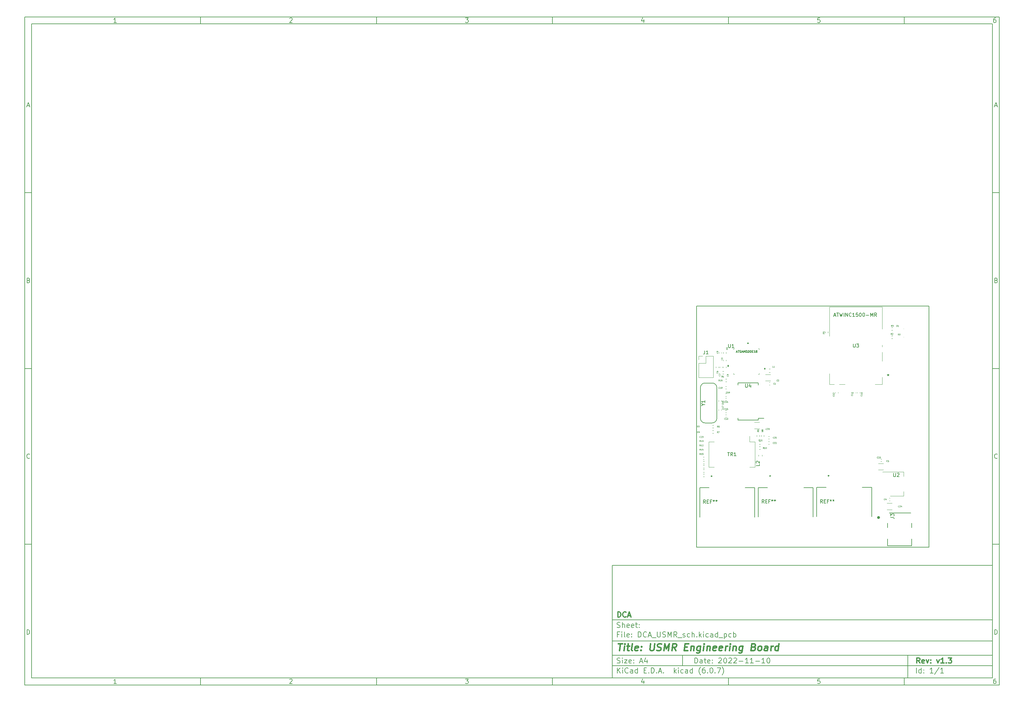
<source format=gto>
%TF.GenerationSoftware,KiCad,Pcbnew,(6.0.7)*%
%TF.CreationDate,2023-02-07T14:26:13-05:00*%
%TF.ProjectId,DCA_USMR_sch,4443415f-5553-44d5-925f-7363682e6b69,v1.3*%
%TF.SameCoordinates,Original*%
%TF.FileFunction,Legend,Top*%
%TF.FilePolarity,Positive*%
%FSLAX46Y46*%
G04 Gerber Fmt 4.6, Leading zero omitted, Abs format (unit mm)*
G04 Created by KiCad (PCBNEW (6.0.7)) date 2023-02-07 14:26:13*
%MOMM*%
%LPD*%
G01*
G04 APERTURE LIST*
%ADD10C,0.100000*%
%ADD11C,0.150000*%
%ADD12C,0.300000*%
%ADD13C,0.400000*%
%TA.AperFunction,Profile*%
%ADD14C,0.200000*%
%TD*%
%ADD15C,0.120000*%
%ADD16C,0.250000*%
%ADD17C,0.127000*%
G04 APERTURE END LIST*
D10*
D11*
X177002200Y-166007200D02*
X177002200Y-198007200D01*
X285002200Y-198007200D01*
X285002200Y-166007200D01*
X177002200Y-166007200D01*
D10*
D11*
X10000000Y-10000000D02*
X10000000Y-200007200D01*
X287002200Y-200007200D01*
X287002200Y-10000000D01*
X10000000Y-10000000D01*
D10*
D11*
X12000000Y-12000000D02*
X12000000Y-198007200D01*
X285002200Y-198007200D01*
X285002200Y-12000000D01*
X12000000Y-12000000D01*
D10*
D11*
X60000000Y-12000000D02*
X60000000Y-10000000D01*
D10*
D11*
X110000000Y-12000000D02*
X110000000Y-10000000D01*
D10*
D11*
X160000000Y-12000000D02*
X160000000Y-10000000D01*
D10*
D11*
X210000000Y-12000000D02*
X210000000Y-10000000D01*
D10*
D11*
X260000000Y-12000000D02*
X260000000Y-10000000D01*
D10*
D11*
X36065476Y-11588095D02*
X35322619Y-11588095D01*
X35694047Y-11588095D02*
X35694047Y-10288095D01*
X35570238Y-10473809D01*
X35446428Y-10597619D01*
X35322619Y-10659523D01*
D10*
D11*
X85322619Y-10411904D02*
X85384523Y-10350000D01*
X85508333Y-10288095D01*
X85817857Y-10288095D01*
X85941666Y-10350000D01*
X86003571Y-10411904D01*
X86065476Y-10535714D01*
X86065476Y-10659523D01*
X86003571Y-10845238D01*
X85260714Y-11588095D01*
X86065476Y-11588095D01*
D10*
D11*
X135260714Y-10288095D02*
X136065476Y-10288095D01*
X135632142Y-10783333D01*
X135817857Y-10783333D01*
X135941666Y-10845238D01*
X136003571Y-10907142D01*
X136065476Y-11030952D01*
X136065476Y-11340476D01*
X136003571Y-11464285D01*
X135941666Y-11526190D01*
X135817857Y-11588095D01*
X135446428Y-11588095D01*
X135322619Y-11526190D01*
X135260714Y-11464285D01*
D10*
D11*
X185941666Y-10721428D02*
X185941666Y-11588095D01*
X185632142Y-10226190D02*
X185322619Y-11154761D01*
X186127380Y-11154761D01*
D10*
D11*
X236003571Y-10288095D02*
X235384523Y-10288095D01*
X235322619Y-10907142D01*
X235384523Y-10845238D01*
X235508333Y-10783333D01*
X235817857Y-10783333D01*
X235941666Y-10845238D01*
X236003571Y-10907142D01*
X236065476Y-11030952D01*
X236065476Y-11340476D01*
X236003571Y-11464285D01*
X235941666Y-11526190D01*
X235817857Y-11588095D01*
X235508333Y-11588095D01*
X235384523Y-11526190D01*
X235322619Y-11464285D01*
D10*
D11*
X285941666Y-10288095D02*
X285694047Y-10288095D01*
X285570238Y-10350000D01*
X285508333Y-10411904D01*
X285384523Y-10597619D01*
X285322619Y-10845238D01*
X285322619Y-11340476D01*
X285384523Y-11464285D01*
X285446428Y-11526190D01*
X285570238Y-11588095D01*
X285817857Y-11588095D01*
X285941666Y-11526190D01*
X286003571Y-11464285D01*
X286065476Y-11340476D01*
X286065476Y-11030952D01*
X286003571Y-10907142D01*
X285941666Y-10845238D01*
X285817857Y-10783333D01*
X285570238Y-10783333D01*
X285446428Y-10845238D01*
X285384523Y-10907142D01*
X285322619Y-11030952D01*
D10*
D11*
X60000000Y-198007200D02*
X60000000Y-200007200D01*
D10*
D11*
X110000000Y-198007200D02*
X110000000Y-200007200D01*
D10*
D11*
X160000000Y-198007200D02*
X160000000Y-200007200D01*
D10*
D11*
X210000000Y-198007200D02*
X210000000Y-200007200D01*
D10*
D11*
X260000000Y-198007200D02*
X260000000Y-200007200D01*
D10*
D11*
X36065476Y-199595295D02*
X35322619Y-199595295D01*
X35694047Y-199595295D02*
X35694047Y-198295295D01*
X35570238Y-198481009D01*
X35446428Y-198604819D01*
X35322619Y-198666723D01*
D10*
D11*
X85322619Y-198419104D02*
X85384523Y-198357200D01*
X85508333Y-198295295D01*
X85817857Y-198295295D01*
X85941666Y-198357200D01*
X86003571Y-198419104D01*
X86065476Y-198542914D01*
X86065476Y-198666723D01*
X86003571Y-198852438D01*
X85260714Y-199595295D01*
X86065476Y-199595295D01*
D10*
D11*
X135260714Y-198295295D02*
X136065476Y-198295295D01*
X135632142Y-198790533D01*
X135817857Y-198790533D01*
X135941666Y-198852438D01*
X136003571Y-198914342D01*
X136065476Y-199038152D01*
X136065476Y-199347676D01*
X136003571Y-199471485D01*
X135941666Y-199533390D01*
X135817857Y-199595295D01*
X135446428Y-199595295D01*
X135322619Y-199533390D01*
X135260714Y-199471485D01*
D10*
D11*
X185941666Y-198728628D02*
X185941666Y-199595295D01*
X185632142Y-198233390D02*
X185322619Y-199161961D01*
X186127380Y-199161961D01*
D10*
D11*
X236003571Y-198295295D02*
X235384523Y-198295295D01*
X235322619Y-198914342D01*
X235384523Y-198852438D01*
X235508333Y-198790533D01*
X235817857Y-198790533D01*
X235941666Y-198852438D01*
X236003571Y-198914342D01*
X236065476Y-199038152D01*
X236065476Y-199347676D01*
X236003571Y-199471485D01*
X235941666Y-199533390D01*
X235817857Y-199595295D01*
X235508333Y-199595295D01*
X235384523Y-199533390D01*
X235322619Y-199471485D01*
D10*
D11*
X285941666Y-198295295D02*
X285694047Y-198295295D01*
X285570238Y-198357200D01*
X285508333Y-198419104D01*
X285384523Y-198604819D01*
X285322619Y-198852438D01*
X285322619Y-199347676D01*
X285384523Y-199471485D01*
X285446428Y-199533390D01*
X285570238Y-199595295D01*
X285817857Y-199595295D01*
X285941666Y-199533390D01*
X286003571Y-199471485D01*
X286065476Y-199347676D01*
X286065476Y-199038152D01*
X286003571Y-198914342D01*
X285941666Y-198852438D01*
X285817857Y-198790533D01*
X285570238Y-198790533D01*
X285446428Y-198852438D01*
X285384523Y-198914342D01*
X285322619Y-199038152D01*
D10*
D11*
X10000000Y-60000000D02*
X12000000Y-60000000D01*
D10*
D11*
X10000000Y-110000000D02*
X12000000Y-110000000D01*
D10*
D11*
X10000000Y-160000000D02*
X12000000Y-160000000D01*
D10*
D11*
X10690476Y-35216666D02*
X11309523Y-35216666D01*
X10566666Y-35588095D02*
X11000000Y-34288095D01*
X11433333Y-35588095D01*
D10*
D11*
X11092857Y-84907142D02*
X11278571Y-84969047D01*
X11340476Y-85030952D01*
X11402380Y-85154761D01*
X11402380Y-85340476D01*
X11340476Y-85464285D01*
X11278571Y-85526190D01*
X11154761Y-85588095D01*
X10659523Y-85588095D01*
X10659523Y-84288095D01*
X11092857Y-84288095D01*
X11216666Y-84350000D01*
X11278571Y-84411904D01*
X11340476Y-84535714D01*
X11340476Y-84659523D01*
X11278571Y-84783333D01*
X11216666Y-84845238D01*
X11092857Y-84907142D01*
X10659523Y-84907142D01*
D10*
D11*
X11402380Y-135464285D02*
X11340476Y-135526190D01*
X11154761Y-135588095D01*
X11030952Y-135588095D01*
X10845238Y-135526190D01*
X10721428Y-135402380D01*
X10659523Y-135278571D01*
X10597619Y-135030952D01*
X10597619Y-134845238D01*
X10659523Y-134597619D01*
X10721428Y-134473809D01*
X10845238Y-134350000D01*
X11030952Y-134288095D01*
X11154761Y-134288095D01*
X11340476Y-134350000D01*
X11402380Y-134411904D01*
D10*
D11*
X10659523Y-185588095D02*
X10659523Y-184288095D01*
X10969047Y-184288095D01*
X11154761Y-184350000D01*
X11278571Y-184473809D01*
X11340476Y-184597619D01*
X11402380Y-184845238D01*
X11402380Y-185030952D01*
X11340476Y-185278571D01*
X11278571Y-185402380D01*
X11154761Y-185526190D01*
X10969047Y-185588095D01*
X10659523Y-185588095D01*
D10*
D11*
X287002200Y-60000000D02*
X285002200Y-60000000D01*
D10*
D11*
X287002200Y-110000000D02*
X285002200Y-110000000D01*
D10*
D11*
X287002200Y-160000000D02*
X285002200Y-160000000D01*
D10*
D11*
X285692676Y-35216666D02*
X286311723Y-35216666D01*
X285568866Y-35588095D02*
X286002200Y-34288095D01*
X286435533Y-35588095D01*
D10*
D11*
X286095057Y-84907142D02*
X286280771Y-84969047D01*
X286342676Y-85030952D01*
X286404580Y-85154761D01*
X286404580Y-85340476D01*
X286342676Y-85464285D01*
X286280771Y-85526190D01*
X286156961Y-85588095D01*
X285661723Y-85588095D01*
X285661723Y-84288095D01*
X286095057Y-84288095D01*
X286218866Y-84350000D01*
X286280771Y-84411904D01*
X286342676Y-84535714D01*
X286342676Y-84659523D01*
X286280771Y-84783333D01*
X286218866Y-84845238D01*
X286095057Y-84907142D01*
X285661723Y-84907142D01*
D10*
D11*
X286404580Y-135464285D02*
X286342676Y-135526190D01*
X286156961Y-135588095D01*
X286033152Y-135588095D01*
X285847438Y-135526190D01*
X285723628Y-135402380D01*
X285661723Y-135278571D01*
X285599819Y-135030952D01*
X285599819Y-134845238D01*
X285661723Y-134597619D01*
X285723628Y-134473809D01*
X285847438Y-134350000D01*
X286033152Y-134288095D01*
X286156961Y-134288095D01*
X286342676Y-134350000D01*
X286404580Y-134411904D01*
D10*
D11*
X285661723Y-185588095D02*
X285661723Y-184288095D01*
X285971247Y-184288095D01*
X286156961Y-184350000D01*
X286280771Y-184473809D01*
X286342676Y-184597619D01*
X286404580Y-184845238D01*
X286404580Y-185030952D01*
X286342676Y-185278571D01*
X286280771Y-185402380D01*
X286156961Y-185526190D01*
X285971247Y-185588095D01*
X285661723Y-185588095D01*
D10*
D11*
X200434342Y-193785771D02*
X200434342Y-192285771D01*
X200791485Y-192285771D01*
X201005771Y-192357200D01*
X201148628Y-192500057D01*
X201220057Y-192642914D01*
X201291485Y-192928628D01*
X201291485Y-193142914D01*
X201220057Y-193428628D01*
X201148628Y-193571485D01*
X201005771Y-193714342D01*
X200791485Y-193785771D01*
X200434342Y-193785771D01*
X202577200Y-193785771D02*
X202577200Y-193000057D01*
X202505771Y-192857200D01*
X202362914Y-192785771D01*
X202077200Y-192785771D01*
X201934342Y-192857200D01*
X202577200Y-193714342D02*
X202434342Y-193785771D01*
X202077200Y-193785771D01*
X201934342Y-193714342D01*
X201862914Y-193571485D01*
X201862914Y-193428628D01*
X201934342Y-193285771D01*
X202077200Y-193214342D01*
X202434342Y-193214342D01*
X202577200Y-193142914D01*
X203077200Y-192785771D02*
X203648628Y-192785771D01*
X203291485Y-192285771D02*
X203291485Y-193571485D01*
X203362914Y-193714342D01*
X203505771Y-193785771D01*
X203648628Y-193785771D01*
X204720057Y-193714342D02*
X204577200Y-193785771D01*
X204291485Y-193785771D01*
X204148628Y-193714342D01*
X204077200Y-193571485D01*
X204077200Y-193000057D01*
X204148628Y-192857200D01*
X204291485Y-192785771D01*
X204577200Y-192785771D01*
X204720057Y-192857200D01*
X204791485Y-193000057D01*
X204791485Y-193142914D01*
X204077200Y-193285771D01*
X205434342Y-193642914D02*
X205505771Y-193714342D01*
X205434342Y-193785771D01*
X205362914Y-193714342D01*
X205434342Y-193642914D01*
X205434342Y-193785771D01*
X205434342Y-192857200D02*
X205505771Y-192928628D01*
X205434342Y-193000057D01*
X205362914Y-192928628D01*
X205434342Y-192857200D01*
X205434342Y-193000057D01*
X207220057Y-192428628D02*
X207291485Y-192357200D01*
X207434342Y-192285771D01*
X207791485Y-192285771D01*
X207934342Y-192357200D01*
X208005771Y-192428628D01*
X208077200Y-192571485D01*
X208077200Y-192714342D01*
X208005771Y-192928628D01*
X207148628Y-193785771D01*
X208077200Y-193785771D01*
X209005771Y-192285771D02*
X209148628Y-192285771D01*
X209291485Y-192357200D01*
X209362914Y-192428628D01*
X209434342Y-192571485D01*
X209505771Y-192857200D01*
X209505771Y-193214342D01*
X209434342Y-193500057D01*
X209362914Y-193642914D01*
X209291485Y-193714342D01*
X209148628Y-193785771D01*
X209005771Y-193785771D01*
X208862914Y-193714342D01*
X208791485Y-193642914D01*
X208720057Y-193500057D01*
X208648628Y-193214342D01*
X208648628Y-192857200D01*
X208720057Y-192571485D01*
X208791485Y-192428628D01*
X208862914Y-192357200D01*
X209005771Y-192285771D01*
X210077200Y-192428628D02*
X210148628Y-192357200D01*
X210291485Y-192285771D01*
X210648628Y-192285771D01*
X210791485Y-192357200D01*
X210862914Y-192428628D01*
X210934342Y-192571485D01*
X210934342Y-192714342D01*
X210862914Y-192928628D01*
X210005771Y-193785771D01*
X210934342Y-193785771D01*
X211505771Y-192428628D02*
X211577200Y-192357200D01*
X211720057Y-192285771D01*
X212077200Y-192285771D01*
X212220057Y-192357200D01*
X212291485Y-192428628D01*
X212362914Y-192571485D01*
X212362914Y-192714342D01*
X212291485Y-192928628D01*
X211434342Y-193785771D01*
X212362914Y-193785771D01*
X213005771Y-193214342D02*
X214148628Y-193214342D01*
X215648628Y-193785771D02*
X214791485Y-193785771D01*
X215220057Y-193785771D02*
X215220057Y-192285771D01*
X215077200Y-192500057D01*
X214934342Y-192642914D01*
X214791485Y-192714342D01*
X217077200Y-193785771D02*
X216220057Y-193785771D01*
X216648628Y-193785771D02*
X216648628Y-192285771D01*
X216505771Y-192500057D01*
X216362914Y-192642914D01*
X216220057Y-192714342D01*
X217720057Y-193214342D02*
X218862914Y-193214342D01*
X220362914Y-193785771D02*
X219505771Y-193785771D01*
X219934342Y-193785771D02*
X219934342Y-192285771D01*
X219791485Y-192500057D01*
X219648628Y-192642914D01*
X219505771Y-192714342D01*
X221291485Y-192285771D02*
X221434342Y-192285771D01*
X221577200Y-192357200D01*
X221648628Y-192428628D01*
X221720057Y-192571485D01*
X221791485Y-192857200D01*
X221791485Y-193214342D01*
X221720057Y-193500057D01*
X221648628Y-193642914D01*
X221577200Y-193714342D01*
X221434342Y-193785771D01*
X221291485Y-193785771D01*
X221148628Y-193714342D01*
X221077200Y-193642914D01*
X221005771Y-193500057D01*
X220934342Y-193214342D01*
X220934342Y-192857200D01*
X221005771Y-192571485D01*
X221077200Y-192428628D01*
X221148628Y-192357200D01*
X221291485Y-192285771D01*
D10*
D11*
X177002200Y-194507200D02*
X285002200Y-194507200D01*
D10*
D11*
X178434342Y-196585771D02*
X178434342Y-195085771D01*
X179291485Y-196585771D02*
X178648628Y-195728628D01*
X179291485Y-195085771D02*
X178434342Y-195942914D01*
X179934342Y-196585771D02*
X179934342Y-195585771D01*
X179934342Y-195085771D02*
X179862914Y-195157200D01*
X179934342Y-195228628D01*
X180005771Y-195157200D01*
X179934342Y-195085771D01*
X179934342Y-195228628D01*
X181505771Y-196442914D02*
X181434342Y-196514342D01*
X181220057Y-196585771D01*
X181077200Y-196585771D01*
X180862914Y-196514342D01*
X180720057Y-196371485D01*
X180648628Y-196228628D01*
X180577200Y-195942914D01*
X180577200Y-195728628D01*
X180648628Y-195442914D01*
X180720057Y-195300057D01*
X180862914Y-195157200D01*
X181077200Y-195085771D01*
X181220057Y-195085771D01*
X181434342Y-195157200D01*
X181505771Y-195228628D01*
X182791485Y-196585771D02*
X182791485Y-195800057D01*
X182720057Y-195657200D01*
X182577200Y-195585771D01*
X182291485Y-195585771D01*
X182148628Y-195657200D01*
X182791485Y-196514342D02*
X182648628Y-196585771D01*
X182291485Y-196585771D01*
X182148628Y-196514342D01*
X182077200Y-196371485D01*
X182077200Y-196228628D01*
X182148628Y-196085771D01*
X182291485Y-196014342D01*
X182648628Y-196014342D01*
X182791485Y-195942914D01*
X184148628Y-196585771D02*
X184148628Y-195085771D01*
X184148628Y-196514342D02*
X184005771Y-196585771D01*
X183720057Y-196585771D01*
X183577200Y-196514342D01*
X183505771Y-196442914D01*
X183434342Y-196300057D01*
X183434342Y-195871485D01*
X183505771Y-195728628D01*
X183577200Y-195657200D01*
X183720057Y-195585771D01*
X184005771Y-195585771D01*
X184148628Y-195657200D01*
X186005771Y-195800057D02*
X186505771Y-195800057D01*
X186720057Y-196585771D02*
X186005771Y-196585771D01*
X186005771Y-195085771D01*
X186720057Y-195085771D01*
X187362914Y-196442914D02*
X187434342Y-196514342D01*
X187362914Y-196585771D01*
X187291485Y-196514342D01*
X187362914Y-196442914D01*
X187362914Y-196585771D01*
X188077200Y-196585771D02*
X188077200Y-195085771D01*
X188434342Y-195085771D01*
X188648628Y-195157200D01*
X188791485Y-195300057D01*
X188862914Y-195442914D01*
X188934342Y-195728628D01*
X188934342Y-195942914D01*
X188862914Y-196228628D01*
X188791485Y-196371485D01*
X188648628Y-196514342D01*
X188434342Y-196585771D01*
X188077200Y-196585771D01*
X189577200Y-196442914D02*
X189648628Y-196514342D01*
X189577200Y-196585771D01*
X189505771Y-196514342D01*
X189577200Y-196442914D01*
X189577200Y-196585771D01*
X190220057Y-196157200D02*
X190934342Y-196157200D01*
X190077200Y-196585771D02*
X190577200Y-195085771D01*
X191077200Y-196585771D01*
X191577200Y-196442914D02*
X191648628Y-196514342D01*
X191577200Y-196585771D01*
X191505771Y-196514342D01*
X191577200Y-196442914D01*
X191577200Y-196585771D01*
X194577200Y-196585771D02*
X194577200Y-195085771D01*
X194720057Y-196014342D02*
X195148628Y-196585771D01*
X195148628Y-195585771D02*
X194577200Y-196157200D01*
X195791485Y-196585771D02*
X195791485Y-195585771D01*
X195791485Y-195085771D02*
X195720057Y-195157200D01*
X195791485Y-195228628D01*
X195862914Y-195157200D01*
X195791485Y-195085771D01*
X195791485Y-195228628D01*
X197148628Y-196514342D02*
X197005771Y-196585771D01*
X196720057Y-196585771D01*
X196577200Y-196514342D01*
X196505771Y-196442914D01*
X196434342Y-196300057D01*
X196434342Y-195871485D01*
X196505771Y-195728628D01*
X196577200Y-195657200D01*
X196720057Y-195585771D01*
X197005771Y-195585771D01*
X197148628Y-195657200D01*
X198434342Y-196585771D02*
X198434342Y-195800057D01*
X198362914Y-195657200D01*
X198220057Y-195585771D01*
X197934342Y-195585771D01*
X197791485Y-195657200D01*
X198434342Y-196514342D02*
X198291485Y-196585771D01*
X197934342Y-196585771D01*
X197791485Y-196514342D01*
X197720057Y-196371485D01*
X197720057Y-196228628D01*
X197791485Y-196085771D01*
X197934342Y-196014342D01*
X198291485Y-196014342D01*
X198434342Y-195942914D01*
X199791485Y-196585771D02*
X199791485Y-195085771D01*
X199791485Y-196514342D02*
X199648628Y-196585771D01*
X199362914Y-196585771D01*
X199220057Y-196514342D01*
X199148628Y-196442914D01*
X199077200Y-196300057D01*
X199077200Y-195871485D01*
X199148628Y-195728628D01*
X199220057Y-195657200D01*
X199362914Y-195585771D01*
X199648628Y-195585771D01*
X199791485Y-195657200D01*
X202077200Y-197157200D02*
X202005771Y-197085771D01*
X201862914Y-196871485D01*
X201791485Y-196728628D01*
X201720057Y-196514342D01*
X201648628Y-196157200D01*
X201648628Y-195871485D01*
X201720057Y-195514342D01*
X201791485Y-195300057D01*
X201862914Y-195157200D01*
X202005771Y-194942914D01*
X202077200Y-194871485D01*
X203291485Y-195085771D02*
X203005771Y-195085771D01*
X202862914Y-195157200D01*
X202791485Y-195228628D01*
X202648628Y-195442914D01*
X202577200Y-195728628D01*
X202577200Y-196300057D01*
X202648628Y-196442914D01*
X202720057Y-196514342D01*
X202862914Y-196585771D01*
X203148628Y-196585771D01*
X203291485Y-196514342D01*
X203362914Y-196442914D01*
X203434342Y-196300057D01*
X203434342Y-195942914D01*
X203362914Y-195800057D01*
X203291485Y-195728628D01*
X203148628Y-195657200D01*
X202862914Y-195657200D01*
X202720057Y-195728628D01*
X202648628Y-195800057D01*
X202577200Y-195942914D01*
X204077200Y-196442914D02*
X204148628Y-196514342D01*
X204077200Y-196585771D01*
X204005771Y-196514342D01*
X204077200Y-196442914D01*
X204077200Y-196585771D01*
X205077200Y-195085771D02*
X205220057Y-195085771D01*
X205362914Y-195157200D01*
X205434342Y-195228628D01*
X205505771Y-195371485D01*
X205577200Y-195657200D01*
X205577200Y-196014342D01*
X205505771Y-196300057D01*
X205434342Y-196442914D01*
X205362914Y-196514342D01*
X205220057Y-196585771D01*
X205077200Y-196585771D01*
X204934342Y-196514342D01*
X204862914Y-196442914D01*
X204791485Y-196300057D01*
X204720057Y-196014342D01*
X204720057Y-195657200D01*
X204791485Y-195371485D01*
X204862914Y-195228628D01*
X204934342Y-195157200D01*
X205077200Y-195085771D01*
X206220057Y-196442914D02*
X206291485Y-196514342D01*
X206220057Y-196585771D01*
X206148628Y-196514342D01*
X206220057Y-196442914D01*
X206220057Y-196585771D01*
X206791485Y-195085771D02*
X207791485Y-195085771D01*
X207148628Y-196585771D01*
X208220057Y-197157200D02*
X208291485Y-197085771D01*
X208434342Y-196871485D01*
X208505771Y-196728628D01*
X208577200Y-196514342D01*
X208648628Y-196157200D01*
X208648628Y-195871485D01*
X208577200Y-195514342D01*
X208505771Y-195300057D01*
X208434342Y-195157200D01*
X208291485Y-194942914D01*
X208220057Y-194871485D01*
D10*
D11*
X177002200Y-191507200D02*
X285002200Y-191507200D01*
D10*
D12*
X264411485Y-193785771D02*
X263911485Y-193071485D01*
X263554342Y-193785771D02*
X263554342Y-192285771D01*
X264125771Y-192285771D01*
X264268628Y-192357200D01*
X264340057Y-192428628D01*
X264411485Y-192571485D01*
X264411485Y-192785771D01*
X264340057Y-192928628D01*
X264268628Y-193000057D01*
X264125771Y-193071485D01*
X263554342Y-193071485D01*
X265625771Y-193714342D02*
X265482914Y-193785771D01*
X265197200Y-193785771D01*
X265054342Y-193714342D01*
X264982914Y-193571485D01*
X264982914Y-193000057D01*
X265054342Y-192857200D01*
X265197200Y-192785771D01*
X265482914Y-192785771D01*
X265625771Y-192857200D01*
X265697200Y-193000057D01*
X265697200Y-193142914D01*
X264982914Y-193285771D01*
X266197200Y-192785771D02*
X266554342Y-193785771D01*
X266911485Y-192785771D01*
X267482914Y-193642914D02*
X267554342Y-193714342D01*
X267482914Y-193785771D01*
X267411485Y-193714342D01*
X267482914Y-193642914D01*
X267482914Y-193785771D01*
X267482914Y-192857200D02*
X267554342Y-192928628D01*
X267482914Y-193000057D01*
X267411485Y-192928628D01*
X267482914Y-192857200D01*
X267482914Y-193000057D01*
X269197200Y-192785771D02*
X269554342Y-193785771D01*
X269911485Y-192785771D01*
X271268628Y-193785771D02*
X270411485Y-193785771D01*
X270840057Y-193785771D02*
X270840057Y-192285771D01*
X270697200Y-192500057D01*
X270554342Y-192642914D01*
X270411485Y-192714342D01*
X271911485Y-193642914D02*
X271982914Y-193714342D01*
X271911485Y-193785771D01*
X271840057Y-193714342D01*
X271911485Y-193642914D01*
X271911485Y-193785771D01*
X272482914Y-192285771D02*
X273411485Y-192285771D01*
X272911485Y-192857200D01*
X273125771Y-192857200D01*
X273268628Y-192928628D01*
X273340057Y-193000057D01*
X273411485Y-193142914D01*
X273411485Y-193500057D01*
X273340057Y-193642914D01*
X273268628Y-193714342D01*
X273125771Y-193785771D01*
X272697200Y-193785771D01*
X272554342Y-193714342D01*
X272482914Y-193642914D01*
D10*
D11*
X178362914Y-193714342D02*
X178577200Y-193785771D01*
X178934342Y-193785771D01*
X179077200Y-193714342D01*
X179148628Y-193642914D01*
X179220057Y-193500057D01*
X179220057Y-193357200D01*
X179148628Y-193214342D01*
X179077200Y-193142914D01*
X178934342Y-193071485D01*
X178648628Y-193000057D01*
X178505771Y-192928628D01*
X178434342Y-192857200D01*
X178362914Y-192714342D01*
X178362914Y-192571485D01*
X178434342Y-192428628D01*
X178505771Y-192357200D01*
X178648628Y-192285771D01*
X179005771Y-192285771D01*
X179220057Y-192357200D01*
X179862914Y-193785771D02*
X179862914Y-192785771D01*
X179862914Y-192285771D02*
X179791485Y-192357200D01*
X179862914Y-192428628D01*
X179934342Y-192357200D01*
X179862914Y-192285771D01*
X179862914Y-192428628D01*
X180434342Y-192785771D02*
X181220057Y-192785771D01*
X180434342Y-193785771D01*
X181220057Y-193785771D01*
X182362914Y-193714342D02*
X182220057Y-193785771D01*
X181934342Y-193785771D01*
X181791485Y-193714342D01*
X181720057Y-193571485D01*
X181720057Y-193000057D01*
X181791485Y-192857200D01*
X181934342Y-192785771D01*
X182220057Y-192785771D01*
X182362914Y-192857200D01*
X182434342Y-193000057D01*
X182434342Y-193142914D01*
X181720057Y-193285771D01*
X183077200Y-193642914D02*
X183148628Y-193714342D01*
X183077200Y-193785771D01*
X183005771Y-193714342D01*
X183077200Y-193642914D01*
X183077200Y-193785771D01*
X183077200Y-192857200D02*
X183148628Y-192928628D01*
X183077200Y-193000057D01*
X183005771Y-192928628D01*
X183077200Y-192857200D01*
X183077200Y-193000057D01*
X184862914Y-193357200D02*
X185577200Y-193357200D01*
X184720057Y-193785771D02*
X185220057Y-192285771D01*
X185720057Y-193785771D01*
X186862914Y-192785771D02*
X186862914Y-193785771D01*
X186505771Y-192214342D02*
X186148628Y-193285771D01*
X187077200Y-193285771D01*
D10*
D11*
X263434342Y-196585771D02*
X263434342Y-195085771D01*
X264791485Y-196585771D02*
X264791485Y-195085771D01*
X264791485Y-196514342D02*
X264648628Y-196585771D01*
X264362914Y-196585771D01*
X264220057Y-196514342D01*
X264148628Y-196442914D01*
X264077200Y-196300057D01*
X264077200Y-195871485D01*
X264148628Y-195728628D01*
X264220057Y-195657200D01*
X264362914Y-195585771D01*
X264648628Y-195585771D01*
X264791485Y-195657200D01*
X265505771Y-196442914D02*
X265577200Y-196514342D01*
X265505771Y-196585771D01*
X265434342Y-196514342D01*
X265505771Y-196442914D01*
X265505771Y-196585771D01*
X265505771Y-195657200D02*
X265577200Y-195728628D01*
X265505771Y-195800057D01*
X265434342Y-195728628D01*
X265505771Y-195657200D01*
X265505771Y-195800057D01*
X268148628Y-196585771D02*
X267291485Y-196585771D01*
X267720057Y-196585771D02*
X267720057Y-195085771D01*
X267577200Y-195300057D01*
X267434342Y-195442914D01*
X267291485Y-195514342D01*
X269862914Y-195014342D02*
X268577200Y-196942914D01*
X271148628Y-196585771D02*
X270291485Y-196585771D01*
X270720057Y-196585771D02*
X270720057Y-195085771D01*
X270577200Y-195300057D01*
X270434342Y-195442914D01*
X270291485Y-195514342D01*
D10*
D11*
X177002200Y-187507200D02*
X285002200Y-187507200D01*
D10*
D13*
X178714580Y-188211961D02*
X179857438Y-188211961D01*
X179036009Y-190211961D02*
X179286009Y-188211961D01*
X180274104Y-190211961D02*
X180440771Y-188878628D01*
X180524104Y-188211961D02*
X180416961Y-188307200D01*
X180500295Y-188402438D01*
X180607438Y-188307200D01*
X180524104Y-188211961D01*
X180500295Y-188402438D01*
X181107438Y-188878628D02*
X181869342Y-188878628D01*
X181476485Y-188211961D02*
X181262200Y-189926247D01*
X181333628Y-190116723D01*
X181512200Y-190211961D01*
X181702676Y-190211961D01*
X182655057Y-190211961D02*
X182476485Y-190116723D01*
X182405057Y-189926247D01*
X182619342Y-188211961D01*
X184190771Y-190116723D02*
X183988390Y-190211961D01*
X183607438Y-190211961D01*
X183428866Y-190116723D01*
X183357438Y-189926247D01*
X183452676Y-189164342D01*
X183571723Y-188973866D01*
X183774104Y-188878628D01*
X184155057Y-188878628D01*
X184333628Y-188973866D01*
X184405057Y-189164342D01*
X184381247Y-189354819D01*
X183405057Y-189545295D01*
X185155057Y-190021485D02*
X185238390Y-190116723D01*
X185131247Y-190211961D01*
X185047914Y-190116723D01*
X185155057Y-190021485D01*
X185131247Y-190211961D01*
X185286009Y-188973866D02*
X185369342Y-189069104D01*
X185262200Y-189164342D01*
X185178866Y-189069104D01*
X185286009Y-188973866D01*
X185262200Y-189164342D01*
X187857438Y-188211961D02*
X187655057Y-189831009D01*
X187726485Y-190021485D01*
X187809819Y-190116723D01*
X187988390Y-190211961D01*
X188369342Y-190211961D01*
X188571723Y-190116723D01*
X188678866Y-190021485D01*
X188797914Y-189831009D01*
X189000295Y-188211961D01*
X189619342Y-190116723D02*
X189893152Y-190211961D01*
X190369342Y-190211961D01*
X190571723Y-190116723D01*
X190678866Y-190021485D01*
X190797914Y-189831009D01*
X190821723Y-189640533D01*
X190750295Y-189450057D01*
X190666961Y-189354819D01*
X190488390Y-189259580D01*
X190119342Y-189164342D01*
X189940771Y-189069104D01*
X189857438Y-188973866D01*
X189786009Y-188783390D01*
X189809819Y-188592914D01*
X189928866Y-188402438D01*
X190036009Y-188307200D01*
X190238390Y-188211961D01*
X190714580Y-188211961D01*
X190988390Y-188307200D01*
X191607438Y-190211961D02*
X191857438Y-188211961D01*
X192345533Y-189640533D01*
X193190771Y-188211961D01*
X192940771Y-190211961D01*
X195036009Y-190211961D02*
X194488390Y-189259580D01*
X193893152Y-190211961D02*
X194143152Y-188211961D01*
X194905057Y-188211961D01*
X195083628Y-188307200D01*
X195166961Y-188402438D01*
X195238390Y-188592914D01*
X195202676Y-188878628D01*
X195083628Y-189069104D01*
X194976485Y-189164342D01*
X194774104Y-189259580D01*
X194012200Y-189259580D01*
X197547914Y-189164342D02*
X198214580Y-189164342D01*
X198369342Y-190211961D02*
X197416961Y-190211961D01*
X197666961Y-188211961D01*
X198619342Y-188211961D01*
X199393152Y-188878628D02*
X199226485Y-190211961D01*
X199369342Y-189069104D02*
X199476485Y-188973866D01*
X199678866Y-188878628D01*
X199964580Y-188878628D01*
X200143152Y-188973866D01*
X200214580Y-189164342D01*
X200083628Y-190211961D01*
X202059819Y-188878628D02*
X201857438Y-190497676D01*
X201738390Y-190688152D01*
X201631247Y-190783390D01*
X201428866Y-190878628D01*
X201143152Y-190878628D01*
X200964580Y-190783390D01*
X201905057Y-190116723D02*
X201702676Y-190211961D01*
X201321723Y-190211961D01*
X201143152Y-190116723D01*
X201059819Y-190021485D01*
X200988390Y-189831009D01*
X201059819Y-189259580D01*
X201178866Y-189069104D01*
X201286009Y-188973866D01*
X201488390Y-188878628D01*
X201869342Y-188878628D01*
X202047914Y-188973866D01*
X202845533Y-190211961D02*
X203012200Y-188878628D01*
X203095533Y-188211961D02*
X202988390Y-188307200D01*
X203071723Y-188402438D01*
X203178866Y-188307200D01*
X203095533Y-188211961D01*
X203071723Y-188402438D01*
X203964580Y-188878628D02*
X203797914Y-190211961D01*
X203940771Y-189069104D02*
X204047914Y-188973866D01*
X204250295Y-188878628D01*
X204536009Y-188878628D01*
X204714580Y-188973866D01*
X204786009Y-189164342D01*
X204655057Y-190211961D01*
X206381247Y-190116723D02*
X206178866Y-190211961D01*
X205797914Y-190211961D01*
X205619342Y-190116723D01*
X205547914Y-189926247D01*
X205643152Y-189164342D01*
X205762200Y-188973866D01*
X205964580Y-188878628D01*
X206345533Y-188878628D01*
X206524104Y-188973866D01*
X206595533Y-189164342D01*
X206571723Y-189354819D01*
X205595533Y-189545295D01*
X208095533Y-190116723D02*
X207893152Y-190211961D01*
X207512200Y-190211961D01*
X207333628Y-190116723D01*
X207262200Y-189926247D01*
X207357438Y-189164342D01*
X207476485Y-188973866D01*
X207678866Y-188878628D01*
X208059819Y-188878628D01*
X208238390Y-188973866D01*
X208309819Y-189164342D01*
X208286009Y-189354819D01*
X207309819Y-189545295D01*
X209036009Y-190211961D02*
X209202676Y-188878628D01*
X209155057Y-189259580D02*
X209274104Y-189069104D01*
X209381247Y-188973866D01*
X209583628Y-188878628D01*
X209774104Y-188878628D01*
X210274104Y-190211961D02*
X210440771Y-188878628D01*
X210524104Y-188211961D02*
X210416961Y-188307200D01*
X210500295Y-188402438D01*
X210607438Y-188307200D01*
X210524104Y-188211961D01*
X210500295Y-188402438D01*
X211393152Y-188878628D02*
X211226485Y-190211961D01*
X211369342Y-189069104D02*
X211476485Y-188973866D01*
X211678866Y-188878628D01*
X211964580Y-188878628D01*
X212143152Y-188973866D01*
X212214580Y-189164342D01*
X212083628Y-190211961D01*
X214059819Y-188878628D02*
X213857438Y-190497676D01*
X213738390Y-190688152D01*
X213631247Y-190783390D01*
X213428866Y-190878628D01*
X213143152Y-190878628D01*
X212964580Y-190783390D01*
X213905057Y-190116723D02*
X213702676Y-190211961D01*
X213321723Y-190211961D01*
X213143152Y-190116723D01*
X213059819Y-190021485D01*
X212988390Y-189831009D01*
X213059819Y-189259580D01*
X213178866Y-189069104D01*
X213286009Y-188973866D01*
X213488390Y-188878628D01*
X213869342Y-188878628D01*
X214047914Y-188973866D01*
X217166961Y-189164342D02*
X217440771Y-189259580D01*
X217524104Y-189354819D01*
X217595533Y-189545295D01*
X217559819Y-189831009D01*
X217440771Y-190021485D01*
X217333628Y-190116723D01*
X217131247Y-190211961D01*
X216369342Y-190211961D01*
X216619342Y-188211961D01*
X217286009Y-188211961D01*
X217464580Y-188307200D01*
X217547914Y-188402438D01*
X217619342Y-188592914D01*
X217595533Y-188783390D01*
X217476485Y-188973866D01*
X217369342Y-189069104D01*
X217166961Y-189164342D01*
X216500295Y-189164342D01*
X218655057Y-190211961D02*
X218476485Y-190116723D01*
X218393152Y-190021485D01*
X218321723Y-189831009D01*
X218393152Y-189259580D01*
X218512200Y-189069104D01*
X218619342Y-188973866D01*
X218821723Y-188878628D01*
X219107438Y-188878628D01*
X219286009Y-188973866D01*
X219369342Y-189069104D01*
X219440771Y-189259580D01*
X219369342Y-189831009D01*
X219250295Y-190021485D01*
X219143152Y-190116723D01*
X218940771Y-190211961D01*
X218655057Y-190211961D01*
X221036009Y-190211961D02*
X221166961Y-189164342D01*
X221095533Y-188973866D01*
X220916961Y-188878628D01*
X220536009Y-188878628D01*
X220333628Y-188973866D01*
X221047914Y-190116723D02*
X220845533Y-190211961D01*
X220369342Y-190211961D01*
X220190771Y-190116723D01*
X220119342Y-189926247D01*
X220143152Y-189735771D01*
X220262200Y-189545295D01*
X220464580Y-189450057D01*
X220940771Y-189450057D01*
X221143152Y-189354819D01*
X221988390Y-190211961D02*
X222155057Y-188878628D01*
X222107438Y-189259580D02*
X222226485Y-189069104D01*
X222333628Y-188973866D01*
X222536009Y-188878628D01*
X222726485Y-188878628D01*
X224083628Y-190211961D02*
X224333628Y-188211961D01*
X224095533Y-190116723D02*
X223893152Y-190211961D01*
X223512199Y-190211961D01*
X223333628Y-190116723D01*
X223250295Y-190021485D01*
X223178866Y-189831009D01*
X223250295Y-189259580D01*
X223369342Y-189069104D01*
X223476485Y-188973866D01*
X223678866Y-188878628D01*
X224059819Y-188878628D01*
X224238390Y-188973866D01*
D10*
D11*
X178934342Y-185600057D02*
X178434342Y-185600057D01*
X178434342Y-186385771D02*
X178434342Y-184885771D01*
X179148628Y-184885771D01*
X179720057Y-186385771D02*
X179720057Y-185385771D01*
X179720057Y-184885771D02*
X179648628Y-184957200D01*
X179720057Y-185028628D01*
X179791485Y-184957200D01*
X179720057Y-184885771D01*
X179720057Y-185028628D01*
X180648628Y-186385771D02*
X180505771Y-186314342D01*
X180434342Y-186171485D01*
X180434342Y-184885771D01*
X181791485Y-186314342D02*
X181648628Y-186385771D01*
X181362914Y-186385771D01*
X181220057Y-186314342D01*
X181148628Y-186171485D01*
X181148628Y-185600057D01*
X181220057Y-185457200D01*
X181362914Y-185385771D01*
X181648628Y-185385771D01*
X181791485Y-185457200D01*
X181862914Y-185600057D01*
X181862914Y-185742914D01*
X181148628Y-185885771D01*
X182505771Y-186242914D02*
X182577200Y-186314342D01*
X182505771Y-186385771D01*
X182434342Y-186314342D01*
X182505771Y-186242914D01*
X182505771Y-186385771D01*
X182505771Y-185457200D02*
X182577200Y-185528628D01*
X182505771Y-185600057D01*
X182434342Y-185528628D01*
X182505771Y-185457200D01*
X182505771Y-185600057D01*
X184362914Y-186385771D02*
X184362914Y-184885771D01*
X184720057Y-184885771D01*
X184934342Y-184957200D01*
X185077200Y-185100057D01*
X185148628Y-185242914D01*
X185220057Y-185528628D01*
X185220057Y-185742914D01*
X185148628Y-186028628D01*
X185077200Y-186171485D01*
X184934342Y-186314342D01*
X184720057Y-186385771D01*
X184362914Y-186385771D01*
X186720057Y-186242914D02*
X186648628Y-186314342D01*
X186434342Y-186385771D01*
X186291485Y-186385771D01*
X186077200Y-186314342D01*
X185934342Y-186171485D01*
X185862914Y-186028628D01*
X185791485Y-185742914D01*
X185791485Y-185528628D01*
X185862914Y-185242914D01*
X185934342Y-185100057D01*
X186077200Y-184957200D01*
X186291485Y-184885771D01*
X186434342Y-184885771D01*
X186648628Y-184957200D01*
X186720057Y-185028628D01*
X187291485Y-185957200D02*
X188005771Y-185957200D01*
X187148628Y-186385771D02*
X187648628Y-184885771D01*
X188148628Y-186385771D01*
X188291485Y-186528628D02*
X189434342Y-186528628D01*
X189791485Y-184885771D02*
X189791485Y-186100057D01*
X189862914Y-186242914D01*
X189934342Y-186314342D01*
X190077200Y-186385771D01*
X190362914Y-186385771D01*
X190505771Y-186314342D01*
X190577200Y-186242914D01*
X190648628Y-186100057D01*
X190648628Y-184885771D01*
X191291485Y-186314342D02*
X191505771Y-186385771D01*
X191862914Y-186385771D01*
X192005771Y-186314342D01*
X192077200Y-186242914D01*
X192148628Y-186100057D01*
X192148628Y-185957200D01*
X192077200Y-185814342D01*
X192005771Y-185742914D01*
X191862914Y-185671485D01*
X191577200Y-185600057D01*
X191434342Y-185528628D01*
X191362914Y-185457200D01*
X191291485Y-185314342D01*
X191291485Y-185171485D01*
X191362914Y-185028628D01*
X191434342Y-184957200D01*
X191577200Y-184885771D01*
X191934342Y-184885771D01*
X192148628Y-184957200D01*
X192791485Y-186385771D02*
X192791485Y-184885771D01*
X193291485Y-185957200D01*
X193791485Y-184885771D01*
X193791485Y-186385771D01*
X195362914Y-186385771D02*
X194862914Y-185671485D01*
X194505771Y-186385771D02*
X194505771Y-184885771D01*
X195077200Y-184885771D01*
X195220057Y-184957200D01*
X195291485Y-185028628D01*
X195362914Y-185171485D01*
X195362914Y-185385771D01*
X195291485Y-185528628D01*
X195220057Y-185600057D01*
X195077200Y-185671485D01*
X194505771Y-185671485D01*
X195648628Y-186528628D02*
X196791485Y-186528628D01*
X197077200Y-186314342D02*
X197220057Y-186385771D01*
X197505771Y-186385771D01*
X197648628Y-186314342D01*
X197720057Y-186171485D01*
X197720057Y-186100057D01*
X197648628Y-185957200D01*
X197505771Y-185885771D01*
X197291485Y-185885771D01*
X197148628Y-185814342D01*
X197077200Y-185671485D01*
X197077200Y-185600057D01*
X197148628Y-185457200D01*
X197291485Y-185385771D01*
X197505771Y-185385771D01*
X197648628Y-185457200D01*
X199005771Y-186314342D02*
X198862914Y-186385771D01*
X198577200Y-186385771D01*
X198434342Y-186314342D01*
X198362914Y-186242914D01*
X198291485Y-186100057D01*
X198291485Y-185671485D01*
X198362914Y-185528628D01*
X198434342Y-185457200D01*
X198577200Y-185385771D01*
X198862914Y-185385771D01*
X199005771Y-185457200D01*
X199648628Y-186385771D02*
X199648628Y-184885771D01*
X200291485Y-186385771D02*
X200291485Y-185600057D01*
X200220057Y-185457200D01*
X200077200Y-185385771D01*
X199862914Y-185385771D01*
X199720057Y-185457200D01*
X199648628Y-185528628D01*
X201005771Y-186242914D02*
X201077200Y-186314342D01*
X201005771Y-186385771D01*
X200934342Y-186314342D01*
X201005771Y-186242914D01*
X201005771Y-186385771D01*
X201720057Y-186385771D02*
X201720057Y-184885771D01*
X201862914Y-185814342D02*
X202291485Y-186385771D01*
X202291485Y-185385771D02*
X201720057Y-185957200D01*
X202934342Y-186385771D02*
X202934342Y-185385771D01*
X202934342Y-184885771D02*
X202862914Y-184957200D01*
X202934342Y-185028628D01*
X203005771Y-184957200D01*
X202934342Y-184885771D01*
X202934342Y-185028628D01*
X204291485Y-186314342D02*
X204148628Y-186385771D01*
X203862914Y-186385771D01*
X203720057Y-186314342D01*
X203648628Y-186242914D01*
X203577200Y-186100057D01*
X203577200Y-185671485D01*
X203648628Y-185528628D01*
X203720057Y-185457200D01*
X203862914Y-185385771D01*
X204148628Y-185385771D01*
X204291485Y-185457200D01*
X205577200Y-186385771D02*
X205577200Y-185600057D01*
X205505771Y-185457200D01*
X205362914Y-185385771D01*
X205077200Y-185385771D01*
X204934342Y-185457200D01*
X205577200Y-186314342D02*
X205434342Y-186385771D01*
X205077200Y-186385771D01*
X204934342Y-186314342D01*
X204862914Y-186171485D01*
X204862914Y-186028628D01*
X204934342Y-185885771D01*
X205077200Y-185814342D01*
X205434342Y-185814342D01*
X205577200Y-185742914D01*
X206934342Y-186385771D02*
X206934342Y-184885771D01*
X206934342Y-186314342D02*
X206791485Y-186385771D01*
X206505771Y-186385771D01*
X206362914Y-186314342D01*
X206291485Y-186242914D01*
X206220057Y-186100057D01*
X206220057Y-185671485D01*
X206291485Y-185528628D01*
X206362914Y-185457200D01*
X206505771Y-185385771D01*
X206791485Y-185385771D01*
X206934342Y-185457200D01*
X207291485Y-186528628D02*
X208434342Y-186528628D01*
X208791485Y-185385771D02*
X208791485Y-186885771D01*
X208791485Y-185457200D02*
X208934342Y-185385771D01*
X209220057Y-185385771D01*
X209362914Y-185457200D01*
X209434342Y-185528628D01*
X209505771Y-185671485D01*
X209505771Y-186100057D01*
X209434342Y-186242914D01*
X209362914Y-186314342D01*
X209220057Y-186385771D01*
X208934342Y-186385771D01*
X208791485Y-186314342D01*
X210791485Y-186314342D02*
X210648628Y-186385771D01*
X210362914Y-186385771D01*
X210220057Y-186314342D01*
X210148628Y-186242914D01*
X210077200Y-186100057D01*
X210077200Y-185671485D01*
X210148628Y-185528628D01*
X210220057Y-185457200D01*
X210362914Y-185385771D01*
X210648628Y-185385771D01*
X210791485Y-185457200D01*
X211434342Y-186385771D02*
X211434342Y-184885771D01*
X211434342Y-185457200D02*
X211577200Y-185385771D01*
X211862914Y-185385771D01*
X212005771Y-185457200D01*
X212077200Y-185528628D01*
X212148628Y-185671485D01*
X212148628Y-186100057D01*
X212077200Y-186242914D01*
X212005771Y-186314342D01*
X211862914Y-186385771D01*
X211577200Y-186385771D01*
X211434342Y-186314342D01*
D10*
D11*
X177002200Y-181507200D02*
X285002200Y-181507200D01*
D10*
D11*
X178362914Y-183614342D02*
X178577200Y-183685771D01*
X178934342Y-183685771D01*
X179077200Y-183614342D01*
X179148628Y-183542914D01*
X179220057Y-183400057D01*
X179220057Y-183257200D01*
X179148628Y-183114342D01*
X179077200Y-183042914D01*
X178934342Y-182971485D01*
X178648628Y-182900057D01*
X178505771Y-182828628D01*
X178434342Y-182757200D01*
X178362914Y-182614342D01*
X178362914Y-182471485D01*
X178434342Y-182328628D01*
X178505771Y-182257200D01*
X178648628Y-182185771D01*
X179005771Y-182185771D01*
X179220057Y-182257200D01*
X179862914Y-183685771D02*
X179862914Y-182185771D01*
X180505771Y-183685771D02*
X180505771Y-182900057D01*
X180434342Y-182757200D01*
X180291485Y-182685771D01*
X180077200Y-182685771D01*
X179934342Y-182757200D01*
X179862914Y-182828628D01*
X181791485Y-183614342D02*
X181648628Y-183685771D01*
X181362914Y-183685771D01*
X181220057Y-183614342D01*
X181148628Y-183471485D01*
X181148628Y-182900057D01*
X181220057Y-182757200D01*
X181362914Y-182685771D01*
X181648628Y-182685771D01*
X181791485Y-182757200D01*
X181862914Y-182900057D01*
X181862914Y-183042914D01*
X181148628Y-183185771D01*
X183077200Y-183614342D02*
X182934342Y-183685771D01*
X182648628Y-183685771D01*
X182505771Y-183614342D01*
X182434342Y-183471485D01*
X182434342Y-182900057D01*
X182505771Y-182757200D01*
X182648628Y-182685771D01*
X182934342Y-182685771D01*
X183077200Y-182757200D01*
X183148628Y-182900057D01*
X183148628Y-183042914D01*
X182434342Y-183185771D01*
X183577200Y-182685771D02*
X184148628Y-182685771D01*
X183791485Y-182185771D02*
X183791485Y-183471485D01*
X183862914Y-183614342D01*
X184005771Y-183685771D01*
X184148628Y-183685771D01*
X184648628Y-183542914D02*
X184720057Y-183614342D01*
X184648628Y-183685771D01*
X184577200Y-183614342D01*
X184648628Y-183542914D01*
X184648628Y-183685771D01*
X184648628Y-182757200D02*
X184720057Y-182828628D01*
X184648628Y-182900057D01*
X184577200Y-182828628D01*
X184648628Y-182757200D01*
X184648628Y-182900057D01*
D10*
D12*
X178554342Y-180685771D02*
X178554342Y-179185771D01*
X178911485Y-179185771D01*
X179125771Y-179257200D01*
X179268628Y-179400057D01*
X179340057Y-179542914D01*
X179411485Y-179828628D01*
X179411485Y-180042914D01*
X179340057Y-180328628D01*
X179268628Y-180471485D01*
X179125771Y-180614342D01*
X178911485Y-180685771D01*
X178554342Y-180685771D01*
X180911485Y-180542914D02*
X180840057Y-180614342D01*
X180625771Y-180685771D01*
X180482914Y-180685771D01*
X180268628Y-180614342D01*
X180125771Y-180471485D01*
X180054342Y-180328628D01*
X179982914Y-180042914D01*
X179982914Y-179828628D01*
X180054342Y-179542914D01*
X180125771Y-179400057D01*
X180268628Y-179257200D01*
X180482914Y-179185771D01*
X180625771Y-179185771D01*
X180840057Y-179257200D01*
X180911485Y-179328628D01*
X181482914Y-180257200D02*
X182197200Y-180257200D01*
X181340057Y-180685771D02*
X181840057Y-179185771D01*
X182340057Y-180685771D01*
D10*
D11*
D10*
D11*
D10*
D11*
D10*
D11*
D10*
D11*
X197002200Y-191507200D02*
X197002200Y-194507200D01*
D10*
D11*
X261002200Y-191507200D02*
X261002200Y-198007200D01*
D14*
X200980000Y-92210000D02*
X267020000Y-92210000D01*
X267020000Y-92210000D02*
X267020000Y-160800000D01*
X267020000Y-160800000D02*
X200980000Y-160800000D01*
X200980000Y-160800000D02*
X200980000Y-92210000D01*
D10*
%TO.C,C6*%
X206962515Y-111078176D02*
X206981562Y-111097224D01*
X207000610Y-111154367D01*
X207000610Y-111192462D01*
X206981562Y-111249605D01*
X206943467Y-111287700D01*
X206905372Y-111306748D01*
X206829181Y-111325795D01*
X206772038Y-111325795D01*
X206695848Y-111306748D01*
X206657753Y-111287700D01*
X206619658Y-111249605D01*
X206600610Y-111192462D01*
X206600610Y-111154367D01*
X206619658Y-111097224D01*
X206638705Y-111078176D01*
X206600610Y-110735319D02*
X206600610Y-110811510D01*
X206619658Y-110849605D01*
X206638705Y-110868652D01*
X206695848Y-110906748D01*
X206772038Y-110925795D01*
X206924419Y-110925795D01*
X206962515Y-110906748D01*
X206981562Y-110887700D01*
X207000610Y-110849605D01*
X207000610Y-110773414D01*
X206981562Y-110735319D01*
X206962515Y-110716271D01*
X206924419Y-110697224D01*
X206829181Y-110697224D01*
X206791086Y-110716271D01*
X206772038Y-110735319D01*
X206752991Y-110773414D01*
X206752991Y-110849605D01*
X206772038Y-110887700D01*
X206791086Y-110906748D01*
X206829181Y-110925795D01*
%TO.C,C21*%
X222893851Y-129794211D02*
X222874803Y-129813258D01*
X222817660Y-129832306D01*
X222779565Y-129832306D01*
X222722422Y-129813258D01*
X222684327Y-129775163D01*
X222665279Y-129737068D01*
X222646232Y-129660877D01*
X222646232Y-129603734D01*
X222665279Y-129527544D01*
X222684327Y-129489449D01*
X222722422Y-129451354D01*
X222779565Y-129432306D01*
X222817660Y-129432306D01*
X222874803Y-129451354D01*
X222893851Y-129470401D01*
X223046232Y-129470401D02*
X223065279Y-129451354D01*
X223103374Y-129432306D01*
X223198613Y-129432306D01*
X223236708Y-129451354D01*
X223255755Y-129470401D01*
X223274803Y-129508496D01*
X223274803Y-129546592D01*
X223255755Y-129603734D01*
X223027184Y-129832306D01*
X223274803Y-129832306D01*
X223655755Y-129832306D02*
X223427184Y-129832306D01*
X223541470Y-129832306D02*
X223541470Y-129432306D01*
X223503374Y-129489449D01*
X223465279Y-129527544D01*
X223427184Y-129546592D01*
%TO.C,C19*%
X207442535Y-115609045D02*
X207423487Y-115628092D01*
X207366344Y-115647140D01*
X207328249Y-115647140D01*
X207271106Y-115628092D01*
X207233011Y-115589997D01*
X207213963Y-115551902D01*
X207194916Y-115475711D01*
X207194916Y-115418568D01*
X207213963Y-115342378D01*
X207233011Y-115304283D01*
X207271106Y-115266188D01*
X207328249Y-115247140D01*
X207366344Y-115247140D01*
X207423487Y-115266188D01*
X207442535Y-115285235D01*
X207823487Y-115647140D02*
X207594916Y-115647140D01*
X207709201Y-115647140D02*
X207709201Y-115247140D01*
X207671106Y-115304283D01*
X207633011Y-115342378D01*
X207594916Y-115361426D01*
X208013963Y-115647140D02*
X208090154Y-115647140D01*
X208128249Y-115628092D01*
X208147297Y-115609045D01*
X208185392Y-115551902D01*
X208204439Y-115475711D01*
X208204439Y-115323330D01*
X208185392Y-115285235D01*
X208166344Y-115266188D01*
X208128249Y-115247140D01*
X208052058Y-115247140D01*
X208013963Y-115266188D01*
X207994916Y-115285235D01*
X207975868Y-115323330D01*
X207975868Y-115418568D01*
X207994916Y-115456664D01*
X208013963Y-115475711D01*
X208052058Y-115494759D01*
X208128249Y-115494759D01*
X208166344Y-115475711D01*
X208185392Y-115456664D01*
X208204439Y-115418568D01*
D11*
%TO.C,TR1*%
X209743095Y-133852380D02*
X210314523Y-133852380D01*
X210028809Y-134852380D02*
X210028809Y-133852380D01*
X211219285Y-134852380D02*
X210885952Y-134376190D01*
X210647857Y-134852380D02*
X210647857Y-133852380D01*
X211028809Y-133852380D01*
X211124047Y-133900000D01*
X211171666Y-133947619D01*
X211219285Y-134042857D01*
X211219285Y-134185714D01*
X211171666Y-134280952D01*
X211124047Y-134328571D01*
X211028809Y-134376190D01*
X210647857Y-134376190D01*
X212171666Y-134852380D02*
X211600238Y-134852380D01*
X211885952Y-134852380D02*
X211885952Y-133852380D01*
X211790714Y-133995238D01*
X211695476Y-134090476D01*
X211600238Y-134138095D01*
D10*
%TO.C,C20*%
X220842857Y-127342857D02*
X220823809Y-127361904D01*
X220766666Y-127380952D01*
X220728571Y-127380952D01*
X220671428Y-127361904D01*
X220633333Y-127323809D01*
X220614285Y-127285714D01*
X220595238Y-127209523D01*
X220595238Y-127152380D01*
X220614285Y-127076190D01*
X220633333Y-127038095D01*
X220671428Y-127000000D01*
X220728571Y-126980952D01*
X220766666Y-126980952D01*
X220823809Y-127000000D01*
X220842857Y-127019047D01*
X220995238Y-127019047D02*
X221014285Y-127000000D01*
X221052380Y-126980952D01*
X221147619Y-126980952D01*
X221185714Y-127000000D01*
X221204761Y-127019047D01*
X221223809Y-127057142D01*
X221223809Y-127095238D01*
X221204761Y-127152380D01*
X220976190Y-127380952D01*
X221223809Y-127380952D01*
X221471428Y-126980952D02*
X221509523Y-126980952D01*
X221547619Y-127000000D01*
X221566666Y-127019047D01*
X221585714Y-127057142D01*
X221604761Y-127133333D01*
X221604761Y-127228571D01*
X221585714Y-127304761D01*
X221566666Y-127342857D01*
X221547619Y-127361904D01*
X221509523Y-127380952D01*
X221471428Y-127380952D01*
X221433333Y-127361904D01*
X221414285Y-127342857D01*
X221395238Y-127304761D01*
X221376190Y-127228571D01*
X221376190Y-127133333D01*
X221395238Y-127057142D01*
X221414285Y-127019047D01*
X221433333Y-127000000D01*
X221471428Y-126980952D01*
%TO.C,C18*%
X209542857Y-116942857D02*
X209523809Y-116961904D01*
X209466666Y-116980952D01*
X209428571Y-116980952D01*
X209371428Y-116961904D01*
X209333333Y-116923809D01*
X209314285Y-116885714D01*
X209295238Y-116809523D01*
X209295238Y-116752380D01*
X209314285Y-116676190D01*
X209333333Y-116638095D01*
X209371428Y-116600000D01*
X209428571Y-116580952D01*
X209466666Y-116580952D01*
X209523809Y-116600000D01*
X209542857Y-116619047D01*
X209923809Y-116980952D02*
X209695238Y-116980952D01*
X209809523Y-116980952D02*
X209809523Y-116580952D01*
X209771428Y-116638095D01*
X209733333Y-116676190D01*
X209695238Y-116695238D01*
X210152380Y-116752380D02*
X210114285Y-116733333D01*
X210095238Y-116714285D01*
X210076190Y-116676190D01*
X210076190Y-116657142D01*
X210095238Y-116619047D01*
X210114285Y-116600000D01*
X210152380Y-116580952D01*
X210228571Y-116580952D01*
X210266666Y-116600000D01*
X210285714Y-116619047D01*
X210304761Y-116657142D01*
X210304761Y-116676190D01*
X210285714Y-116714285D01*
X210266666Y-116733333D01*
X210228571Y-116752380D01*
X210152380Y-116752380D01*
X210114285Y-116771428D01*
X210095238Y-116790476D01*
X210076190Y-116828571D01*
X210076190Y-116904761D01*
X210095238Y-116942857D01*
X210114285Y-116961904D01*
X210152380Y-116980952D01*
X210228571Y-116980952D01*
X210266666Y-116961904D01*
X210285714Y-116942857D01*
X210304761Y-116904761D01*
X210304761Y-116828571D01*
X210285714Y-116790476D01*
X210266666Y-116771428D01*
X210228571Y-116752380D01*
%TO.C,D3*%
X201125074Y-126638262D02*
X201125074Y-126238262D01*
X201220313Y-126238262D01*
X201277455Y-126257310D01*
X201315551Y-126295405D01*
X201334598Y-126333500D01*
X201353646Y-126409690D01*
X201353646Y-126466833D01*
X201334598Y-126543024D01*
X201315551Y-126581119D01*
X201277455Y-126619214D01*
X201220313Y-126638262D01*
X201125074Y-126638262D01*
X201486979Y-126238262D02*
X201734598Y-126238262D01*
X201601265Y-126390643D01*
X201658408Y-126390643D01*
X201696503Y-126409690D01*
X201715551Y-126428738D01*
X201734598Y-126466833D01*
X201734598Y-126562071D01*
X201715551Y-126600167D01*
X201696503Y-126619214D01*
X201658408Y-126638262D01*
X201544122Y-126638262D01*
X201506027Y-126619214D01*
X201486979Y-126600167D01*
%TO.C,R6*%
X207020586Y-126681521D02*
X206887253Y-126491045D01*
X206792014Y-126681521D02*
X206792014Y-126281521D01*
X206944395Y-126281521D01*
X206982491Y-126300569D01*
X207001538Y-126319616D01*
X207020586Y-126357711D01*
X207020586Y-126414854D01*
X207001538Y-126452949D01*
X206982491Y-126471997D01*
X206944395Y-126491045D01*
X206792014Y-126491045D01*
X207363443Y-126281521D02*
X207287253Y-126281521D01*
X207249157Y-126300569D01*
X207230110Y-126319616D01*
X207192014Y-126376759D01*
X207172967Y-126452949D01*
X207172967Y-126605330D01*
X207192014Y-126643426D01*
X207211062Y-126662473D01*
X207249157Y-126681521D01*
X207325348Y-126681521D01*
X207363443Y-126662473D01*
X207382491Y-126643426D01*
X207401538Y-126605330D01*
X207401538Y-126510092D01*
X207382491Y-126471997D01*
X207363443Y-126452949D01*
X207325348Y-126433902D01*
X207249157Y-126433902D01*
X207211062Y-126452949D01*
X207192014Y-126471997D01*
X207172967Y-126510092D01*
%TO.C,R8*%
X219836959Y-127761769D02*
X219646483Y-127895103D01*
X219836959Y-127990341D02*
X219436959Y-127990341D01*
X219436959Y-127837960D01*
X219456007Y-127799864D01*
X219475054Y-127780817D01*
X219513149Y-127761769D01*
X219570292Y-127761769D01*
X219608387Y-127780817D01*
X219627435Y-127799864D01*
X219646483Y-127837960D01*
X219646483Y-127990341D01*
X219608387Y-127533198D02*
X219589340Y-127571293D01*
X219570292Y-127590341D01*
X219532197Y-127609388D01*
X219513149Y-127609388D01*
X219475054Y-127590341D01*
X219456007Y-127571293D01*
X219436959Y-127533198D01*
X219436959Y-127457007D01*
X219456007Y-127418912D01*
X219475054Y-127399864D01*
X219513149Y-127380817D01*
X219532197Y-127380817D01*
X219570292Y-127399864D01*
X219589340Y-127418912D01*
X219608387Y-127457007D01*
X219608387Y-127533198D01*
X219627435Y-127571293D01*
X219646483Y-127590341D01*
X219684578Y-127609388D01*
X219760768Y-127609388D01*
X219798864Y-127590341D01*
X219817911Y-127571293D01*
X219836959Y-127533198D01*
X219836959Y-127457007D01*
X219817911Y-127418912D01*
X219798864Y-127399864D01*
X219760768Y-127380817D01*
X219684578Y-127380817D01*
X219646483Y-127399864D01*
X219627435Y-127418912D01*
X219608387Y-127457007D01*
D11*
%TO.C,REF\u002A\u002A*%
X220132023Y-148299655D02*
X219798690Y-147823465D01*
X219560595Y-148299655D02*
X219560595Y-147299655D01*
X219941547Y-147299655D01*
X220036785Y-147347275D01*
X220084404Y-147394894D01*
X220132023Y-147490132D01*
X220132023Y-147632989D01*
X220084404Y-147728227D01*
X220036785Y-147775846D01*
X219941547Y-147823465D01*
X219560595Y-147823465D01*
X220560595Y-147775846D02*
X220893928Y-147775846D01*
X221036785Y-148299655D02*
X220560595Y-148299655D01*
X220560595Y-147299655D01*
X221036785Y-147299655D01*
X221798690Y-147775846D02*
X221465357Y-147775846D01*
X221465357Y-148299655D02*
X221465357Y-147299655D01*
X221941547Y-147299655D01*
X222465357Y-147299655D02*
X222465357Y-147537751D01*
X222227261Y-147442513D02*
X222465357Y-147537751D01*
X222703452Y-147442513D01*
X222322500Y-147728227D02*
X222465357Y-147537751D01*
X222608214Y-147728227D01*
X223227261Y-147299655D02*
X223227261Y-147537751D01*
X222989166Y-147442513D02*
X223227261Y-147537751D01*
X223465357Y-147442513D01*
X223084404Y-147728227D02*
X223227261Y-147537751D01*
X223370119Y-147728227D01*
D10*
%TO.C,C1*%
X223033333Y-114442857D02*
X223014285Y-114461904D01*
X222957142Y-114480952D01*
X222919047Y-114480952D01*
X222861904Y-114461904D01*
X222823809Y-114423809D01*
X222804761Y-114385714D01*
X222785714Y-114309523D01*
X222785714Y-114252380D01*
X222804761Y-114176190D01*
X222823809Y-114138095D01*
X222861904Y-114100000D01*
X222919047Y-114080952D01*
X222957142Y-114080952D01*
X223014285Y-114100000D01*
X223033333Y-114119047D01*
X223414285Y-114480952D02*
X223185714Y-114480952D01*
X223300000Y-114480952D02*
X223300000Y-114080952D01*
X223261904Y-114138095D01*
X223223809Y-114176190D01*
X223185714Y-114195238D01*
D11*
%TO.C,U1*%
X210008095Y-103042379D02*
X210008095Y-103851903D01*
X210055714Y-103947141D01*
X210103333Y-103994760D01*
X210198571Y-104042379D01*
X210389047Y-104042379D01*
X210484285Y-103994760D01*
X210531904Y-103947141D01*
X210579523Y-103851903D01*
X210579523Y-103042379D01*
X211579523Y-104042379D02*
X211008095Y-104042379D01*
X211293809Y-104042379D02*
X211293809Y-103042379D01*
X211198571Y-103185237D01*
X211103333Y-103280475D01*
X211008095Y-103328094D01*
X212228571Y-105300000D02*
X212514285Y-105300000D01*
X212171428Y-105471428D02*
X212371428Y-104871428D01*
X212571428Y-105471428D01*
X212685714Y-104871428D02*
X213028571Y-104871428D01*
X212857142Y-105471428D02*
X212857142Y-104871428D01*
X213200000Y-105442857D02*
X213285714Y-105471428D01*
X213428571Y-105471428D01*
X213485714Y-105442857D01*
X213514285Y-105414285D01*
X213542857Y-105357142D01*
X213542857Y-105300000D01*
X213514285Y-105242857D01*
X213485714Y-105214285D01*
X213428571Y-105185714D01*
X213314285Y-105157142D01*
X213257142Y-105128571D01*
X213228571Y-105100000D01*
X213200000Y-105042857D01*
X213200000Y-104985714D01*
X213228571Y-104928571D01*
X213257142Y-104900000D01*
X213314285Y-104871428D01*
X213457142Y-104871428D01*
X213542857Y-104900000D01*
X213771428Y-105300000D02*
X214057142Y-105300000D01*
X213714285Y-105471428D02*
X213914285Y-104871428D01*
X214114285Y-105471428D01*
X214314285Y-105471428D02*
X214314285Y-104871428D01*
X214514285Y-105300000D01*
X214714285Y-104871428D01*
X214714285Y-105471428D01*
X215000000Y-105471428D02*
X215000000Y-104871428D01*
X215142857Y-104871428D01*
X215228571Y-104900000D01*
X215285714Y-104957142D01*
X215314285Y-105014285D01*
X215342857Y-105128571D01*
X215342857Y-105214285D01*
X215314285Y-105328571D01*
X215285714Y-105385714D01*
X215228571Y-105442857D01*
X215142857Y-105471428D01*
X215000000Y-105471428D01*
X215571428Y-104928571D02*
X215600000Y-104900000D01*
X215657142Y-104871428D01*
X215800000Y-104871428D01*
X215857142Y-104900000D01*
X215885714Y-104928571D01*
X215914285Y-104985714D01*
X215914285Y-105042857D01*
X215885714Y-105128571D01*
X215542857Y-105471428D01*
X215914285Y-105471428D01*
X216285714Y-104871428D02*
X216342857Y-104871428D01*
X216400000Y-104900000D01*
X216428571Y-104928571D01*
X216457142Y-104985714D01*
X216485714Y-105100000D01*
X216485714Y-105242857D01*
X216457142Y-105357142D01*
X216428571Y-105414285D01*
X216400000Y-105442857D01*
X216342857Y-105471428D01*
X216285714Y-105471428D01*
X216228571Y-105442857D01*
X216200000Y-105414285D01*
X216171428Y-105357142D01*
X216142857Y-105242857D01*
X216142857Y-105100000D01*
X216171428Y-104985714D01*
X216200000Y-104928571D01*
X216228571Y-104900000D01*
X216285714Y-104871428D01*
X216742857Y-105157142D02*
X216942857Y-105157142D01*
X217028571Y-105471428D02*
X216742857Y-105471428D01*
X216742857Y-104871428D01*
X217028571Y-104871428D01*
X217600000Y-105471428D02*
X217257142Y-105471428D01*
X217428571Y-105471428D02*
X217428571Y-104871428D01*
X217371428Y-104957142D01*
X217314285Y-105014285D01*
X217257142Y-105042857D01*
X217942857Y-105128571D02*
X217885714Y-105100000D01*
X217857142Y-105071428D01*
X217828571Y-105014285D01*
X217828571Y-104985714D01*
X217857142Y-104928571D01*
X217885714Y-104900000D01*
X217942857Y-104871428D01*
X218057142Y-104871428D01*
X218114285Y-104900000D01*
X218142857Y-104928571D01*
X218171428Y-104985714D01*
X218171428Y-105014285D01*
X218142857Y-105071428D01*
X218114285Y-105100000D01*
X218057142Y-105128571D01*
X217942857Y-105128571D01*
X217885714Y-105157142D01*
X217857142Y-105185714D01*
X217828571Y-105242857D01*
X217828571Y-105357142D01*
X217857142Y-105414285D01*
X217885714Y-105442857D01*
X217942857Y-105471428D01*
X218057142Y-105471428D01*
X218114285Y-105442857D01*
X218142857Y-105414285D01*
X218171428Y-105357142D01*
X218171428Y-105242857D01*
X218142857Y-105185714D01*
X218114285Y-105157142D01*
X218057142Y-105128571D01*
D10*
%TO.C,C15*%
X209042857Y-121642857D02*
X209023809Y-121661904D01*
X208966666Y-121680952D01*
X208928571Y-121680952D01*
X208871428Y-121661904D01*
X208833333Y-121623809D01*
X208814285Y-121585714D01*
X208795238Y-121509523D01*
X208795238Y-121452380D01*
X208814285Y-121376190D01*
X208833333Y-121338095D01*
X208871428Y-121300000D01*
X208928571Y-121280952D01*
X208966666Y-121280952D01*
X209023809Y-121300000D01*
X209042857Y-121319047D01*
X209423809Y-121680952D02*
X209195238Y-121680952D01*
X209309523Y-121680952D02*
X209309523Y-121280952D01*
X209271428Y-121338095D01*
X209233333Y-121376190D01*
X209195238Y-121395238D01*
X209785714Y-121280952D02*
X209595238Y-121280952D01*
X209576190Y-121471428D01*
X209595238Y-121452380D01*
X209633333Y-121433333D01*
X209728571Y-121433333D01*
X209766666Y-121452380D01*
X209785714Y-121471428D01*
X209804761Y-121509523D01*
X209804761Y-121604761D01*
X209785714Y-121642857D01*
X209766666Y-121661904D01*
X209728571Y-121680952D01*
X209633333Y-121680952D01*
X209595238Y-121661904D01*
X209576190Y-121642857D01*
%TO.C,D1*%
X257782558Y-98031522D02*
X257782558Y-97631522D01*
X257877797Y-97631522D01*
X257934939Y-97650570D01*
X257973035Y-97688665D01*
X257992082Y-97726760D01*
X258011130Y-97802950D01*
X258011130Y-97860093D01*
X257992082Y-97936284D01*
X257973035Y-97974379D01*
X257934939Y-98012474D01*
X257877797Y-98031522D01*
X257782558Y-98031522D01*
X258392082Y-98031522D02*
X258163511Y-98031522D01*
X258277797Y-98031522D02*
X258277797Y-97631522D01*
X258239701Y-97688665D01*
X258201606Y-97726760D01*
X258163511Y-97745808D01*
%TO.C,D2*%
X258180429Y-100485086D02*
X258180429Y-100085086D01*
X258275668Y-100085086D01*
X258332810Y-100104134D01*
X258370906Y-100142229D01*
X258389953Y-100180324D01*
X258409001Y-100256514D01*
X258409001Y-100313657D01*
X258389953Y-100389848D01*
X258370906Y-100427943D01*
X258332810Y-100466038D01*
X258275668Y-100485086D01*
X258180429Y-100485086D01*
X258561382Y-100123181D02*
X258580429Y-100104134D01*
X258618525Y-100085086D01*
X258713763Y-100085086D01*
X258751858Y-100104134D01*
X258770906Y-100123181D01*
X258789953Y-100161276D01*
X258789953Y-100199372D01*
X258770906Y-100256514D01*
X258542334Y-100485086D01*
X258789953Y-100485086D01*
%TO.C,C17*%
X208542857Y-121357142D02*
X208561904Y-121376190D01*
X208580952Y-121433333D01*
X208580952Y-121471428D01*
X208561904Y-121528571D01*
X208523809Y-121566666D01*
X208485714Y-121585714D01*
X208409523Y-121604761D01*
X208352380Y-121604761D01*
X208276190Y-121585714D01*
X208238095Y-121566666D01*
X208200000Y-121528571D01*
X208180952Y-121471428D01*
X208180952Y-121433333D01*
X208200000Y-121376190D01*
X208219047Y-121357142D01*
X208580952Y-120976190D02*
X208580952Y-121204761D01*
X208580952Y-121090476D02*
X208180952Y-121090476D01*
X208238095Y-121128571D01*
X208276190Y-121166666D01*
X208295238Y-121204761D01*
X208180952Y-120842857D02*
X208180952Y-120576190D01*
X208580952Y-120747619D01*
%TO.C,C16*%
X208542857Y-119957142D02*
X208561904Y-119976190D01*
X208580952Y-120033333D01*
X208580952Y-120071428D01*
X208561904Y-120128571D01*
X208523809Y-120166666D01*
X208485714Y-120185714D01*
X208409523Y-120204761D01*
X208352380Y-120204761D01*
X208276190Y-120185714D01*
X208238095Y-120166666D01*
X208200000Y-120128571D01*
X208180952Y-120071428D01*
X208180952Y-120033333D01*
X208200000Y-119976190D01*
X208219047Y-119957142D01*
X208580952Y-119576190D02*
X208580952Y-119804761D01*
X208580952Y-119690476D02*
X208180952Y-119690476D01*
X208238095Y-119728571D01*
X208276190Y-119766666D01*
X208295238Y-119804761D01*
X208180952Y-119233333D02*
X208180952Y-119309523D01*
X208200000Y-119347619D01*
X208219047Y-119366666D01*
X208276190Y-119404761D01*
X208352380Y-119423809D01*
X208504761Y-119423809D01*
X208542857Y-119404761D01*
X208561904Y-119385714D01*
X208580952Y-119347619D01*
X208580952Y-119271428D01*
X208561904Y-119233333D01*
X208542857Y-119214285D01*
X208504761Y-119195238D01*
X208409523Y-119195238D01*
X208371428Y-119214285D01*
X208352380Y-119233333D01*
X208333333Y-119271428D01*
X208333333Y-119347619D01*
X208352380Y-119385714D01*
X208371428Y-119404761D01*
X208409523Y-119423809D01*
D11*
%TO.C,J3*%
X256051656Y-152333774D02*
X256766887Y-152333774D01*
X256909933Y-152381456D01*
X257005297Y-152476820D01*
X257052979Y-152619866D01*
X257052979Y-152715230D01*
X256051656Y-151952317D02*
X256051656Y-151332451D01*
X256433112Y-151666225D01*
X256433112Y-151523179D01*
X256480794Y-151427815D01*
X256528476Y-151380133D01*
X256623841Y-151332451D01*
X256862251Y-151332451D01*
X256957615Y-151380133D01*
X257005297Y-151427815D01*
X257052979Y-151523179D01*
X257052979Y-151809271D01*
X257005297Y-151904635D01*
X256957615Y-151952317D01*
D10*
%TO.C,C7*%
X207642857Y-111866666D02*
X207661904Y-111885714D01*
X207680952Y-111942857D01*
X207680952Y-111980952D01*
X207661904Y-112038095D01*
X207623809Y-112076190D01*
X207585714Y-112095238D01*
X207509523Y-112114285D01*
X207452380Y-112114285D01*
X207376190Y-112095238D01*
X207338095Y-112076190D01*
X207300000Y-112038095D01*
X207280952Y-111980952D01*
X207280952Y-111942857D01*
X207300000Y-111885714D01*
X207319047Y-111866666D01*
X207280952Y-111733333D02*
X207280952Y-111466666D01*
X207680952Y-111638095D01*
%TO.C,R14*%
X202042857Y-133242097D02*
X201909523Y-133051621D01*
X201814285Y-133242097D02*
X201814285Y-132842097D01*
X201966666Y-132842097D01*
X202004761Y-132861145D01*
X202023809Y-132880192D01*
X202042857Y-132918287D01*
X202042857Y-132975430D01*
X202023809Y-133013525D01*
X202004761Y-133032573D01*
X201966666Y-133051621D01*
X201814285Y-133051621D01*
X202423809Y-133242097D02*
X202195238Y-133242097D01*
X202309523Y-133242097D02*
X202309523Y-132842097D01*
X202271428Y-132899240D01*
X202233333Y-132937335D01*
X202195238Y-132956383D01*
X202766666Y-132975430D02*
X202766666Y-133242097D01*
X202671428Y-132823049D02*
X202576190Y-133108764D01*
X202823809Y-133108764D01*
D11*
%TO.C,U2*%
X256938095Y-139752380D02*
X256938095Y-140561904D01*
X256985714Y-140657142D01*
X257033333Y-140704761D01*
X257128571Y-140752380D01*
X257319047Y-140752380D01*
X257414285Y-140704761D01*
X257461904Y-140657142D01*
X257509523Y-140561904D01*
X257509523Y-139752380D01*
X257938095Y-139847619D02*
X257985714Y-139800000D01*
X258080952Y-139752380D01*
X258319047Y-139752380D01*
X258414285Y-139800000D01*
X258461904Y-139847619D01*
X258509523Y-139942857D01*
X258509523Y-140038095D01*
X258461904Y-140180952D01*
X257890476Y-140752380D01*
X258509523Y-140752380D01*
D10*
%TO.C,C5*%
X255133333Y-136442857D02*
X255114285Y-136461904D01*
X255057142Y-136480952D01*
X255019047Y-136480952D01*
X254961904Y-136461904D01*
X254923809Y-136423809D01*
X254904761Y-136385714D01*
X254885714Y-136309523D01*
X254885714Y-136252380D01*
X254904761Y-136176190D01*
X254923809Y-136138095D01*
X254961904Y-136100000D01*
X255019047Y-136080952D01*
X255057142Y-136080952D01*
X255114285Y-136100000D01*
X255133333Y-136119047D01*
X255495238Y-136080952D02*
X255304761Y-136080952D01*
X255285714Y-136271428D01*
X255304761Y-136252380D01*
X255342857Y-136233333D01*
X255438095Y-136233333D01*
X255476190Y-136252380D01*
X255495238Y-136271428D01*
X255514285Y-136309523D01*
X255514285Y-136404761D01*
X255495238Y-136442857D01*
X255476190Y-136461904D01*
X255438095Y-136480952D01*
X255342857Y-136480952D01*
X255304761Y-136461904D01*
X255285714Y-136442857D01*
%TO.C,C9*%
X207018134Y-105423596D02*
X207037181Y-105442644D01*
X207056229Y-105499787D01*
X207056229Y-105537882D01*
X207037181Y-105595025D01*
X206999086Y-105633120D01*
X206960991Y-105652168D01*
X206884800Y-105671215D01*
X206827657Y-105671215D01*
X206751467Y-105652168D01*
X206713372Y-105633120D01*
X206675277Y-105595025D01*
X206656229Y-105537882D01*
X206656229Y-105499787D01*
X206675277Y-105442644D01*
X206694324Y-105423596D01*
X207056229Y-105233120D02*
X207056229Y-105156930D01*
X207037181Y-105118834D01*
X207018134Y-105099787D01*
X206960991Y-105061691D01*
X206884800Y-105042644D01*
X206732419Y-105042644D01*
X206694324Y-105061691D01*
X206675277Y-105080739D01*
X206656229Y-105118834D01*
X206656229Y-105195025D01*
X206675277Y-105233120D01*
X206694324Y-105252168D01*
X206732419Y-105271215D01*
X206827657Y-105271215D01*
X206865753Y-105252168D01*
X206884800Y-105233120D01*
X206903848Y-105195025D01*
X206903848Y-105118834D01*
X206884800Y-105080739D01*
X206865753Y-105061691D01*
X206827657Y-105042644D01*
%TO.C,C12*%
X240028700Y-117627686D02*
X240047747Y-117646734D01*
X240066795Y-117703877D01*
X240066795Y-117741972D01*
X240047747Y-117799115D01*
X240009652Y-117837210D01*
X239971557Y-117856258D01*
X239895366Y-117875305D01*
X239838223Y-117875305D01*
X239762033Y-117856258D01*
X239723938Y-117837210D01*
X239685843Y-117799115D01*
X239666795Y-117741972D01*
X239666795Y-117703877D01*
X239685843Y-117646734D01*
X239704890Y-117627686D01*
X240066795Y-117246734D02*
X240066795Y-117475305D01*
X240066795Y-117361020D02*
X239666795Y-117361020D01*
X239723938Y-117399115D01*
X239762033Y-117437210D01*
X239781081Y-117475305D01*
X239704890Y-117094353D02*
X239685843Y-117075305D01*
X239666795Y-117037210D01*
X239666795Y-116941972D01*
X239685843Y-116903877D01*
X239704890Y-116884829D01*
X239742985Y-116865782D01*
X239781081Y-116865782D01*
X239838223Y-116884829D01*
X240066795Y-117113401D01*
X240066795Y-116865782D01*
%TO.C,R16*%
X207461074Y-113552164D02*
X207327740Y-113361688D01*
X207232502Y-113552164D02*
X207232502Y-113152164D01*
X207384883Y-113152164D01*
X207422978Y-113171212D01*
X207442026Y-113190259D01*
X207461074Y-113228354D01*
X207461074Y-113285497D01*
X207442026Y-113323592D01*
X207422978Y-113342640D01*
X207384883Y-113361688D01*
X207232502Y-113361688D01*
X207842026Y-113552164D02*
X207613455Y-113552164D01*
X207727740Y-113552164D02*
X207727740Y-113152164D01*
X207689645Y-113209307D01*
X207651550Y-113247402D01*
X207613455Y-113266450D01*
X208184883Y-113152164D02*
X208108693Y-113152164D01*
X208070597Y-113171212D01*
X208051550Y-113190259D01*
X208013455Y-113247402D01*
X207994407Y-113323592D01*
X207994407Y-113475973D01*
X208013455Y-113514069D01*
X208032502Y-113533116D01*
X208070597Y-113552164D01*
X208146788Y-113552164D01*
X208184883Y-113533116D01*
X208203931Y-113514069D01*
X208222978Y-113475973D01*
X208222978Y-113380735D01*
X208203931Y-113342640D01*
X208184883Y-113323592D01*
X208146788Y-113304545D01*
X208070597Y-113304545D01*
X208032502Y-113323592D01*
X208013455Y-113342640D01*
X207994407Y-113380735D01*
%TO.C,R1*%
X208279692Y-112464261D02*
X208146359Y-112273785D01*
X208051120Y-112464261D02*
X208051120Y-112064261D01*
X208203501Y-112064261D01*
X208241597Y-112083309D01*
X208260644Y-112102356D01*
X208279692Y-112140451D01*
X208279692Y-112197594D01*
X208260644Y-112235689D01*
X208241597Y-112254737D01*
X208203501Y-112273785D01*
X208051120Y-112273785D01*
X208660644Y-112464261D02*
X208432073Y-112464261D01*
X208546359Y-112464261D02*
X208546359Y-112064261D01*
X208508263Y-112121404D01*
X208470168Y-112159499D01*
X208432073Y-112178547D01*
D11*
%TO.C,REF\u002A\u002A*%
X236757023Y-148246930D02*
X236423690Y-147770740D01*
X236185595Y-148246930D02*
X236185595Y-147246930D01*
X236566547Y-147246930D01*
X236661785Y-147294550D01*
X236709404Y-147342169D01*
X236757023Y-147437407D01*
X236757023Y-147580264D01*
X236709404Y-147675502D01*
X236661785Y-147723121D01*
X236566547Y-147770740D01*
X236185595Y-147770740D01*
X237185595Y-147723121D02*
X237518928Y-147723121D01*
X237661785Y-148246930D02*
X237185595Y-148246930D01*
X237185595Y-147246930D01*
X237661785Y-147246930D01*
X238423690Y-147723121D02*
X238090357Y-147723121D01*
X238090357Y-148246930D02*
X238090357Y-147246930D01*
X238566547Y-147246930D01*
X239090357Y-147246930D02*
X239090357Y-147485026D01*
X238852261Y-147389788D02*
X239090357Y-147485026D01*
X239328452Y-147389788D01*
X238947500Y-147675502D02*
X239090357Y-147485026D01*
X239233214Y-147675502D01*
X239852261Y-147246930D02*
X239852261Y-147485026D01*
X239614166Y-147389788D02*
X239852261Y-147485026D01*
X240090357Y-147389788D01*
X239709404Y-147675502D02*
X239852261Y-147485026D01*
X239995119Y-147675502D01*
D10*
%TO.C,C22*%
X222869131Y-131289740D02*
X222850083Y-131308787D01*
X222792940Y-131327835D01*
X222754845Y-131327835D01*
X222697702Y-131308787D01*
X222659607Y-131270692D01*
X222640559Y-131232597D01*
X222621512Y-131156406D01*
X222621512Y-131099263D01*
X222640559Y-131023073D01*
X222659607Y-130984978D01*
X222697702Y-130946883D01*
X222754845Y-130927835D01*
X222792940Y-130927835D01*
X222850083Y-130946883D01*
X222869131Y-130965930D01*
X223021512Y-130965930D02*
X223040559Y-130946883D01*
X223078654Y-130927835D01*
X223173893Y-130927835D01*
X223211988Y-130946883D01*
X223231035Y-130965930D01*
X223250083Y-131004025D01*
X223250083Y-131042121D01*
X223231035Y-131099263D01*
X223002464Y-131327835D01*
X223250083Y-131327835D01*
X223402464Y-130965930D02*
X223421512Y-130946883D01*
X223459607Y-130927835D01*
X223554845Y-130927835D01*
X223592940Y-130946883D01*
X223611988Y-130965930D01*
X223631035Y-131004025D01*
X223631035Y-131042121D01*
X223611988Y-131099263D01*
X223383416Y-131327835D01*
X223631035Y-131327835D01*
%TO.C,R13*%
X202042857Y-130790778D02*
X201909523Y-130600302D01*
X201814285Y-130790778D02*
X201814285Y-130390778D01*
X201966666Y-130390778D01*
X202004761Y-130409826D01*
X202023809Y-130428873D01*
X202042857Y-130466968D01*
X202042857Y-130524111D01*
X202023809Y-130562206D01*
X202004761Y-130581254D01*
X201966666Y-130600302D01*
X201814285Y-130600302D01*
X202423809Y-130790778D02*
X202195238Y-130790778D01*
X202309523Y-130790778D02*
X202309523Y-130390778D01*
X202271428Y-130447921D01*
X202233333Y-130486016D01*
X202195238Y-130505064D01*
X202557142Y-130390778D02*
X202804761Y-130390778D01*
X202671428Y-130543159D01*
X202728571Y-130543159D01*
X202766666Y-130562206D01*
X202785714Y-130581254D01*
X202804761Y-130619349D01*
X202804761Y-130714587D01*
X202785714Y-130752683D01*
X202766666Y-130771730D01*
X202728571Y-130790778D01*
X202614285Y-130790778D01*
X202576190Y-130771730D01*
X202557142Y-130752683D01*
D11*
%TO.C,U3*%
X245473093Y-102954380D02*
X245473093Y-103763904D01*
X245520712Y-103859142D01*
X245568331Y-103906761D01*
X245663569Y-103954380D01*
X245854045Y-103954380D01*
X245949283Y-103906761D01*
X245996902Y-103859142D01*
X246044521Y-103763904D01*
X246044521Y-102954380D01*
X246425474Y-102954380D02*
X247044521Y-102954380D01*
X246711188Y-103335333D01*
X246854045Y-103335333D01*
X246949283Y-103382952D01*
X246996902Y-103430571D01*
X247044521Y-103525809D01*
X247044521Y-103763904D01*
X246996902Y-103859142D01*
X246949283Y-103906761D01*
X246854045Y-103954380D01*
X246568331Y-103954380D01*
X246473093Y-103906761D01*
X246425474Y-103859142D01*
X240007378Y-94908666D02*
X240483569Y-94908666D01*
X239912140Y-95194380D02*
X240245474Y-94194380D01*
X240578807Y-95194380D01*
X240769283Y-94194380D02*
X241340712Y-94194380D01*
X241054998Y-95194380D02*
X241054998Y-94194380D01*
X241578807Y-94194380D02*
X241816902Y-95194380D01*
X242007378Y-94480095D01*
X242197855Y-95194380D01*
X242435950Y-94194380D01*
X242816902Y-95194380D02*
X242816902Y-94194380D01*
X243293093Y-95194380D02*
X243293093Y-94194380D01*
X243864521Y-95194380D01*
X243864521Y-94194380D01*
X244912140Y-95099142D02*
X244864521Y-95146761D01*
X244721664Y-95194380D01*
X244626426Y-95194380D01*
X244483569Y-95146761D01*
X244388331Y-95051523D01*
X244340712Y-94956285D01*
X244293093Y-94765809D01*
X244293093Y-94622952D01*
X244340712Y-94432476D01*
X244388331Y-94337238D01*
X244483569Y-94242000D01*
X244626426Y-94194380D01*
X244721664Y-94194380D01*
X244864521Y-94242000D01*
X244912140Y-94289619D01*
X245864521Y-95194380D02*
X245293093Y-95194380D01*
X245578807Y-95194380D02*
X245578807Y-94194380D01*
X245483569Y-94337238D01*
X245388331Y-94432476D01*
X245293093Y-94480095D01*
X246769283Y-94194380D02*
X246293093Y-94194380D01*
X246245474Y-94670571D01*
X246293093Y-94622952D01*
X246388331Y-94575333D01*
X246626426Y-94575333D01*
X246721664Y-94622952D01*
X246769283Y-94670571D01*
X246816902Y-94765809D01*
X246816902Y-95003904D01*
X246769283Y-95099142D01*
X246721664Y-95146761D01*
X246626426Y-95194380D01*
X246388331Y-95194380D01*
X246293093Y-95146761D01*
X246245474Y-95099142D01*
X247435950Y-94194380D02*
X247531188Y-94194380D01*
X247626426Y-94242000D01*
X247674045Y-94289619D01*
X247721664Y-94384857D01*
X247769283Y-94575333D01*
X247769283Y-94813428D01*
X247721664Y-95003904D01*
X247674045Y-95099142D01*
X247626426Y-95146761D01*
X247531188Y-95194380D01*
X247435950Y-95194380D01*
X247340712Y-95146761D01*
X247293093Y-95099142D01*
X247245474Y-95003904D01*
X247197855Y-94813428D01*
X247197855Y-94575333D01*
X247245474Y-94384857D01*
X247293093Y-94289619D01*
X247340712Y-94242000D01*
X247435950Y-94194380D01*
X248388331Y-94194380D02*
X248483569Y-94194380D01*
X248578807Y-94242000D01*
X248626426Y-94289619D01*
X248674045Y-94384857D01*
X248721664Y-94575333D01*
X248721664Y-94813428D01*
X248674045Y-95003904D01*
X248626426Y-95099142D01*
X248578807Y-95146761D01*
X248483569Y-95194380D01*
X248388331Y-95194380D01*
X248293093Y-95146761D01*
X248245474Y-95099142D01*
X248197855Y-95003904D01*
X248150236Y-94813428D01*
X248150236Y-94575333D01*
X248197855Y-94384857D01*
X248245474Y-94289619D01*
X248293093Y-94242000D01*
X248388331Y-94194380D01*
X249150236Y-94813428D02*
X249912140Y-94813428D01*
X250388331Y-95194380D02*
X250388331Y-94194380D01*
X250721664Y-94908666D01*
X251054998Y-94194380D01*
X251054998Y-95194380D01*
X252102617Y-95194380D02*
X251769283Y-94718190D01*
X251531188Y-95194380D02*
X251531188Y-94194380D01*
X251912140Y-94194380D01*
X252007378Y-94242000D01*
X252054998Y-94289619D01*
X252102617Y-94384857D01*
X252102617Y-94527714D01*
X252054998Y-94622952D01*
X252007378Y-94670571D01*
X251912140Y-94718190D01*
X251531188Y-94718190D01*
X255378998Y-111590380D02*
X255378998Y-111828476D01*
X255140902Y-111733238D02*
X255378998Y-111828476D01*
X255617093Y-111733238D01*
X255236140Y-112018952D02*
X255378998Y-111828476D01*
X255521855Y-112018952D01*
D10*
%TO.C,C10*%
X247942857Y-117557142D02*
X247961904Y-117576190D01*
X247980952Y-117633333D01*
X247980952Y-117671428D01*
X247961904Y-117728571D01*
X247923809Y-117766666D01*
X247885714Y-117785714D01*
X247809523Y-117804761D01*
X247752380Y-117804761D01*
X247676190Y-117785714D01*
X247638095Y-117766666D01*
X247600000Y-117728571D01*
X247580952Y-117671428D01*
X247580952Y-117633333D01*
X247600000Y-117576190D01*
X247619047Y-117557142D01*
X247980952Y-117176190D02*
X247980952Y-117404761D01*
X247980952Y-117290476D02*
X247580952Y-117290476D01*
X247638095Y-117328571D01*
X247676190Y-117366666D01*
X247695238Y-117404761D01*
X247580952Y-116928571D02*
X247580952Y-116890476D01*
X247600000Y-116852380D01*
X247619047Y-116833333D01*
X247657142Y-116814285D01*
X247733333Y-116795238D01*
X247828571Y-116795238D01*
X247904761Y-116814285D01*
X247942857Y-116833333D01*
X247961904Y-116852380D01*
X247980952Y-116890476D01*
X247980952Y-116928571D01*
X247961904Y-116966666D01*
X247942857Y-116985714D01*
X247904761Y-117004761D01*
X247828571Y-117023809D01*
X247733333Y-117023809D01*
X247657142Y-117004761D01*
X247619047Y-116985714D01*
X247600000Y-116966666D01*
X247580952Y-116928571D01*
%TO.C,R15*%
X202042857Y-134480952D02*
X201909523Y-134290476D01*
X201814285Y-134480952D02*
X201814285Y-134080952D01*
X201966666Y-134080952D01*
X202004761Y-134100000D01*
X202023809Y-134119047D01*
X202042857Y-134157142D01*
X202042857Y-134214285D01*
X202023809Y-134252380D01*
X202004761Y-134271428D01*
X201966666Y-134290476D01*
X201814285Y-134290476D01*
X202423809Y-134480952D02*
X202195238Y-134480952D01*
X202309523Y-134480952D02*
X202309523Y-134080952D01*
X202271428Y-134138095D01*
X202233333Y-134176190D01*
X202195238Y-134195238D01*
X202785714Y-134080952D02*
X202595238Y-134080952D01*
X202576190Y-134271428D01*
X202595238Y-134252380D01*
X202633333Y-134233333D01*
X202728571Y-134233333D01*
X202766666Y-134252380D01*
X202785714Y-134271428D01*
X202804761Y-134309523D01*
X202804761Y-134404761D01*
X202785714Y-134442857D01*
X202766666Y-134461904D01*
X202728571Y-134480952D01*
X202633333Y-134480952D01*
X202595238Y-134461904D01*
X202576190Y-134442857D01*
%TO.C,C14*%
X209024502Y-119642857D02*
X209005454Y-119661904D01*
X208948311Y-119680952D01*
X208910216Y-119680952D01*
X208853073Y-119661904D01*
X208814978Y-119623809D01*
X208795930Y-119585714D01*
X208776883Y-119509523D01*
X208776883Y-119452380D01*
X208795930Y-119376190D01*
X208814978Y-119338095D01*
X208853073Y-119300000D01*
X208910216Y-119280952D01*
X208948311Y-119280952D01*
X209005454Y-119300000D01*
X209024502Y-119319047D01*
X209405454Y-119680952D02*
X209176883Y-119680952D01*
X209291168Y-119680952D02*
X209291168Y-119280952D01*
X209253073Y-119338095D01*
X209214978Y-119376190D01*
X209176883Y-119395238D01*
X209748311Y-119414285D02*
X209748311Y-119680952D01*
X209653073Y-119261904D02*
X209557835Y-119547619D01*
X209805454Y-119547619D01*
%TO.C,R7*%
X207002046Y-128257387D02*
X206868713Y-128066911D01*
X206773474Y-128257387D02*
X206773474Y-127857387D01*
X206925855Y-127857387D01*
X206963951Y-127876435D01*
X206982998Y-127895482D01*
X207002046Y-127933577D01*
X207002046Y-127990720D01*
X206982998Y-128028815D01*
X206963951Y-128047863D01*
X206925855Y-128066911D01*
X206773474Y-128066911D01*
X207135379Y-127857387D02*
X207402046Y-127857387D01*
X207230617Y-128257387D01*
%TO.C,R5*%
X237250948Y-99852666D02*
X237060472Y-99986000D01*
X237250948Y-100081238D02*
X236850948Y-100081238D01*
X236850948Y-99928857D01*
X236869996Y-99890761D01*
X236889043Y-99871714D01*
X236927138Y-99852666D01*
X236984281Y-99852666D01*
X237022376Y-99871714D01*
X237041424Y-99890761D01*
X237060472Y-99928857D01*
X237060472Y-100081238D01*
X236850948Y-99490761D02*
X236850948Y-99681238D01*
X237041424Y-99700285D01*
X237022376Y-99681238D01*
X237003329Y-99643142D01*
X237003329Y-99547904D01*
X237022376Y-99509809D01*
X237041424Y-99490761D01*
X237079519Y-99471714D01*
X237174757Y-99471714D01*
X237212853Y-99490761D01*
X237231900Y-99509809D01*
X237250948Y-99547904D01*
X237250948Y-99643142D01*
X237231900Y-99681238D01*
X237212853Y-99700285D01*
D11*
%TO.C,REF\u002A\u002A*%
X203507023Y-148352380D02*
X203173690Y-147876190D01*
X202935595Y-148352380D02*
X202935595Y-147352380D01*
X203316547Y-147352380D01*
X203411785Y-147400000D01*
X203459404Y-147447619D01*
X203507023Y-147542857D01*
X203507023Y-147685714D01*
X203459404Y-147780952D01*
X203411785Y-147828571D01*
X203316547Y-147876190D01*
X202935595Y-147876190D01*
X203935595Y-147828571D02*
X204268928Y-147828571D01*
X204411785Y-148352380D02*
X203935595Y-148352380D01*
X203935595Y-147352380D01*
X204411785Y-147352380D01*
X205173690Y-147828571D02*
X204840357Y-147828571D01*
X204840357Y-148352380D02*
X204840357Y-147352380D01*
X205316547Y-147352380D01*
X205840357Y-147352380D02*
X205840357Y-147590476D01*
X205602261Y-147495238D02*
X205840357Y-147590476D01*
X206078452Y-147495238D01*
X205697500Y-147780952D02*
X205840357Y-147590476D01*
X205983214Y-147780952D01*
X206602261Y-147352380D02*
X206602261Y-147590476D01*
X206364166Y-147495238D02*
X206602261Y-147590476D01*
X206840357Y-147495238D01*
X206459404Y-147780952D02*
X206602261Y-147590476D01*
X206745119Y-147780952D01*
D10*
%TO.C,C8*%
X209942857Y-111966666D02*
X209961904Y-111985714D01*
X209980952Y-112042857D01*
X209980952Y-112080952D01*
X209961904Y-112138095D01*
X209923809Y-112176190D01*
X209885714Y-112195238D01*
X209809523Y-112214285D01*
X209752380Y-112214285D01*
X209676190Y-112195238D01*
X209638095Y-112176190D01*
X209600000Y-112138095D01*
X209580952Y-112080952D01*
X209580952Y-112042857D01*
X209600000Y-111985714D01*
X209619047Y-111966666D01*
X209752380Y-111738095D02*
X209733333Y-111776190D01*
X209714285Y-111795238D01*
X209676190Y-111814285D01*
X209657142Y-111814285D01*
X209619047Y-111795238D01*
X209600000Y-111776190D01*
X209580952Y-111738095D01*
X209580952Y-111661904D01*
X209600000Y-111623809D01*
X209619047Y-111604761D01*
X209657142Y-111585714D01*
X209676190Y-111585714D01*
X209714285Y-111604761D01*
X209733333Y-111623809D01*
X209752380Y-111661904D01*
X209752380Y-111738095D01*
X209771428Y-111776190D01*
X209790476Y-111795238D01*
X209828571Y-111814285D01*
X209904761Y-111814285D01*
X209942857Y-111795238D01*
X209961904Y-111776190D01*
X209980952Y-111738095D01*
X209980952Y-111661904D01*
X209961904Y-111623809D01*
X209942857Y-111604761D01*
X209904761Y-111585714D01*
X209828571Y-111585714D01*
X209790476Y-111604761D01*
X209771428Y-111623809D01*
X209752380Y-111661904D01*
%TO.C,R10*%
X220042857Y-132780952D02*
X219909523Y-132590476D01*
X219814285Y-132780952D02*
X219814285Y-132380952D01*
X219966666Y-132380952D01*
X220004761Y-132400000D01*
X220023809Y-132419047D01*
X220042857Y-132457142D01*
X220042857Y-132514285D01*
X220023809Y-132552380D01*
X220004761Y-132571428D01*
X219966666Y-132590476D01*
X219814285Y-132590476D01*
X220423809Y-132780952D02*
X220195238Y-132780952D01*
X220309523Y-132780952D02*
X220309523Y-132380952D01*
X220271428Y-132438095D01*
X220233333Y-132476190D01*
X220195238Y-132495238D01*
X220671428Y-132380952D02*
X220709523Y-132380952D01*
X220747619Y-132400000D01*
X220766666Y-132419047D01*
X220785714Y-132457142D01*
X220804761Y-132533333D01*
X220804761Y-132628571D01*
X220785714Y-132704761D01*
X220766666Y-132742857D01*
X220747619Y-132761904D01*
X220709523Y-132780952D01*
X220671428Y-132780952D01*
X220633333Y-132761904D01*
X220614285Y-132742857D01*
X220595238Y-132704761D01*
X220576190Y-132628571D01*
X220576190Y-132533333D01*
X220595238Y-132457142D01*
X220614285Y-132419047D01*
X220633333Y-132400000D01*
X220671428Y-132380952D01*
%TO.C,C3*%
X208315980Y-107301980D02*
X208335027Y-107321028D01*
X208354075Y-107378171D01*
X208354075Y-107416266D01*
X208335027Y-107473409D01*
X208296932Y-107511504D01*
X208258837Y-107530552D01*
X208182646Y-107549599D01*
X208125503Y-107549599D01*
X208049313Y-107530552D01*
X208011218Y-107511504D01*
X207973123Y-107473409D01*
X207954075Y-107416266D01*
X207954075Y-107378171D01*
X207973123Y-107321028D01*
X207992170Y-107301980D01*
X207954075Y-107168647D02*
X207954075Y-106921028D01*
X208106456Y-107054361D01*
X208106456Y-106997218D01*
X208125503Y-106959123D01*
X208144551Y-106940075D01*
X208182646Y-106921028D01*
X208277884Y-106921028D01*
X208315980Y-106940075D01*
X208335027Y-106959123D01*
X208354075Y-106997218D01*
X208354075Y-107111504D01*
X208335027Y-107149599D01*
X208315980Y-107168647D01*
%TO.C,R2*%
X256372441Y-100336769D02*
X256239108Y-100146293D01*
X256143869Y-100336769D02*
X256143869Y-99936769D01*
X256296250Y-99936769D01*
X256334346Y-99955817D01*
X256353393Y-99974864D01*
X256372441Y-100012959D01*
X256372441Y-100070102D01*
X256353393Y-100108197D01*
X256334346Y-100127245D01*
X256296250Y-100146293D01*
X256143869Y-100146293D01*
X256524822Y-99974864D02*
X256543869Y-99955817D01*
X256581965Y-99936769D01*
X256677203Y-99936769D01*
X256715298Y-99955817D01*
X256734346Y-99974864D01*
X256753393Y-100012959D01*
X256753393Y-100051055D01*
X256734346Y-100108197D01*
X256505774Y-100336769D01*
X256753393Y-100336769D01*
%TO.C,R4*%
X209780952Y-104366666D02*
X209590476Y-104500000D01*
X209780952Y-104595238D02*
X209380952Y-104595238D01*
X209380952Y-104442857D01*
X209400000Y-104404761D01*
X209419047Y-104385714D01*
X209457142Y-104366666D01*
X209514285Y-104366666D01*
X209552380Y-104385714D01*
X209571428Y-104404761D01*
X209590476Y-104442857D01*
X209590476Y-104595238D01*
X209514285Y-104023809D02*
X209780952Y-104023809D01*
X209361904Y-104119047D02*
X209647619Y-104214285D01*
X209647619Y-103966666D01*
%TO.C,R12*%
X202042857Y-132038658D02*
X201909523Y-131848182D01*
X201814285Y-132038658D02*
X201814285Y-131638658D01*
X201966666Y-131638658D01*
X202004761Y-131657706D01*
X202023809Y-131676753D01*
X202042857Y-131714848D01*
X202042857Y-131771991D01*
X202023809Y-131810086D01*
X202004761Y-131829134D01*
X201966666Y-131848182D01*
X201814285Y-131848182D01*
X202423809Y-132038658D02*
X202195238Y-132038658D01*
X202309523Y-132038658D02*
X202309523Y-131638658D01*
X202271428Y-131695801D01*
X202233333Y-131733896D01*
X202195238Y-131752944D01*
X202576190Y-131676753D02*
X202595238Y-131657706D01*
X202633333Y-131638658D01*
X202728571Y-131638658D01*
X202766666Y-131657706D01*
X202785714Y-131676753D01*
X202804761Y-131714848D01*
X202804761Y-131752944D01*
X202785714Y-131810086D01*
X202557142Y-132038658D01*
X202804761Y-132038658D01*
%TO.C,C2*%
X223933333Y-113542857D02*
X223914285Y-113561904D01*
X223857142Y-113580952D01*
X223819047Y-113580952D01*
X223761904Y-113561904D01*
X223723809Y-113523809D01*
X223704761Y-113485714D01*
X223685714Y-113409523D01*
X223685714Y-113352380D01*
X223704761Y-113276190D01*
X223723809Y-113238095D01*
X223761904Y-113200000D01*
X223819047Y-113180952D01*
X223857142Y-113180952D01*
X223914285Y-113200000D01*
X223933333Y-113219047D01*
X224085714Y-113219047D02*
X224104761Y-113200000D01*
X224142857Y-113180952D01*
X224238095Y-113180952D01*
X224276190Y-113200000D01*
X224295238Y-113219047D01*
X224314285Y-113257142D01*
X224314285Y-113295238D01*
X224295238Y-113352380D01*
X224066666Y-113580952D01*
X224314285Y-113580952D01*
%TO.C,C23*%
X202042857Y-129578722D02*
X202023809Y-129597769D01*
X201966666Y-129616817D01*
X201928571Y-129616817D01*
X201871428Y-129597769D01*
X201833333Y-129559674D01*
X201814285Y-129521579D01*
X201795238Y-129445388D01*
X201795238Y-129388245D01*
X201814285Y-129312055D01*
X201833333Y-129273960D01*
X201871428Y-129235865D01*
X201928571Y-129216817D01*
X201966666Y-129216817D01*
X202023809Y-129235865D01*
X202042857Y-129254912D01*
X202195238Y-129254912D02*
X202214285Y-129235865D01*
X202252380Y-129216817D01*
X202347619Y-129216817D01*
X202385714Y-129235865D01*
X202404761Y-129254912D01*
X202423809Y-129293007D01*
X202423809Y-129331103D01*
X202404761Y-129388245D01*
X202176190Y-129616817D01*
X202423809Y-129616817D01*
X202557142Y-129216817D02*
X202804761Y-129216817D01*
X202671428Y-129369198D01*
X202728571Y-129369198D01*
X202766666Y-129388245D01*
X202785714Y-129407293D01*
X202804761Y-129445388D01*
X202804761Y-129540626D01*
X202785714Y-129578722D01*
X202766666Y-129597769D01*
X202728571Y-129616817D01*
X202614285Y-129616817D01*
X202576190Y-129597769D01*
X202557142Y-129578722D01*
%TO.C,D4*%
X201125074Y-128232668D02*
X201125074Y-127832668D01*
X201220313Y-127832668D01*
X201277455Y-127851716D01*
X201315551Y-127889811D01*
X201334598Y-127927906D01*
X201353646Y-128004096D01*
X201353646Y-128061239D01*
X201334598Y-128137430D01*
X201315551Y-128175525D01*
X201277455Y-128213620D01*
X201220313Y-128232668D01*
X201125074Y-128232668D01*
X201696503Y-127966001D02*
X201696503Y-128232668D01*
X201601265Y-127813620D02*
X201506027Y-128099335D01*
X201753646Y-128099335D01*
%TO.C,C11*%
X245242857Y-117457142D02*
X245261904Y-117476190D01*
X245280952Y-117533333D01*
X245280952Y-117571428D01*
X245261904Y-117628571D01*
X245223809Y-117666666D01*
X245185714Y-117685714D01*
X245109523Y-117704761D01*
X245052380Y-117704761D01*
X244976190Y-117685714D01*
X244938095Y-117666666D01*
X244900000Y-117628571D01*
X244880952Y-117571428D01*
X244880952Y-117533333D01*
X244900000Y-117476190D01*
X244919047Y-117457142D01*
X245280952Y-117076190D02*
X245280952Y-117304761D01*
X245280952Y-117190476D02*
X244880952Y-117190476D01*
X244938095Y-117228571D01*
X244976190Y-117266666D01*
X244995238Y-117304761D01*
X245280952Y-116695238D02*
X245280952Y-116923809D01*
X245280952Y-116809523D02*
X244880952Y-116809523D01*
X244938095Y-116847619D01*
X244976190Y-116885714D01*
X244995238Y-116923809D01*
D11*
%TO.C,U4*%
X214838095Y-114352380D02*
X214838095Y-115161904D01*
X214885714Y-115257142D01*
X214933333Y-115304761D01*
X215028571Y-115352380D01*
X215219047Y-115352380D01*
X215314285Y-115304761D01*
X215361904Y-115257142D01*
X215409523Y-115161904D01*
X215409523Y-114352380D01*
X216314285Y-114685714D02*
X216314285Y-115352380D01*
X216076190Y-114304761D02*
X215838095Y-115019047D01*
X216457142Y-115019047D01*
D10*
%TO.C,C24*%
X258467857Y-149342857D02*
X258448809Y-149361904D01*
X258391666Y-149380952D01*
X258353571Y-149380952D01*
X258296428Y-149361904D01*
X258258333Y-149323809D01*
X258239285Y-149285714D01*
X258220238Y-149209523D01*
X258220238Y-149152380D01*
X258239285Y-149076190D01*
X258258333Y-149038095D01*
X258296428Y-149000000D01*
X258353571Y-148980952D01*
X258391666Y-148980952D01*
X258448809Y-149000000D01*
X258467857Y-149019047D01*
X258620238Y-149019047D02*
X258639285Y-149000000D01*
X258677380Y-148980952D01*
X258772619Y-148980952D01*
X258810714Y-149000000D01*
X258829761Y-149019047D01*
X258848809Y-149057142D01*
X258848809Y-149095238D01*
X258829761Y-149152380D01*
X258601190Y-149380952D01*
X258848809Y-149380952D01*
X259191666Y-149114285D02*
X259191666Y-149380952D01*
X259096428Y-148961904D02*
X259001190Y-149247619D01*
X259248809Y-149247619D01*
D11*
%TO.C,J1*%
X203266666Y-104892380D02*
X203266666Y-105606666D01*
X203219047Y-105749523D01*
X203123809Y-105844761D01*
X202980952Y-105892380D01*
X202885714Y-105892380D01*
X204266666Y-105892380D02*
X203695238Y-105892380D01*
X203980952Y-105892380D02*
X203980952Y-104892380D01*
X203885714Y-105035238D01*
X203790476Y-105130476D01*
X203695238Y-105178095D01*
%TO.C,L2*%
X218852380Y-137166666D02*
X218852380Y-137642857D01*
X217852380Y-137642857D01*
X217947619Y-136880952D02*
X217900000Y-136833333D01*
X217852380Y-136738095D01*
X217852380Y-136500000D01*
X217900000Y-136404761D01*
X217947619Y-136357142D01*
X218042857Y-136309523D01*
X218138095Y-136309523D01*
X218280952Y-136357142D01*
X218852380Y-136928571D01*
X218852380Y-136309523D01*
D10*
%TO.C,R9*%
X218625705Y-127737050D02*
X218435229Y-127870384D01*
X218625705Y-127965622D02*
X218225705Y-127965622D01*
X218225705Y-127813241D01*
X218244753Y-127775145D01*
X218263800Y-127756098D01*
X218301895Y-127737050D01*
X218359038Y-127737050D01*
X218397133Y-127756098D01*
X218416181Y-127775145D01*
X218435229Y-127813241D01*
X218435229Y-127965622D01*
X218625705Y-127546574D02*
X218625705Y-127470384D01*
X218606657Y-127432288D01*
X218587610Y-127413241D01*
X218530467Y-127375145D01*
X218454276Y-127356098D01*
X218301895Y-127356098D01*
X218263800Y-127375145D01*
X218244753Y-127394193D01*
X218225705Y-127432288D01*
X218225705Y-127508479D01*
X218244753Y-127546574D01*
X218263800Y-127565622D01*
X218301895Y-127584669D01*
X218397133Y-127584669D01*
X218435229Y-127565622D01*
X218454276Y-127546574D01*
X218473324Y-127508479D01*
X218473324Y-127432288D01*
X218454276Y-127394193D01*
X218435229Y-127375145D01*
X218397133Y-127356098D01*
%TO.C,C25*%
X252442857Y-135442857D02*
X252423809Y-135461904D01*
X252366666Y-135480952D01*
X252328571Y-135480952D01*
X252271428Y-135461904D01*
X252233333Y-135423809D01*
X252214285Y-135385714D01*
X252195238Y-135309523D01*
X252195238Y-135252380D01*
X252214285Y-135176190D01*
X252233333Y-135138095D01*
X252271428Y-135100000D01*
X252328571Y-135080952D01*
X252366666Y-135080952D01*
X252423809Y-135100000D01*
X252442857Y-135119047D01*
X252595238Y-135119047D02*
X252614285Y-135100000D01*
X252652380Y-135080952D01*
X252747619Y-135080952D01*
X252785714Y-135100000D01*
X252804761Y-135119047D01*
X252823809Y-135157142D01*
X252823809Y-135195238D01*
X252804761Y-135252380D01*
X252576190Y-135480952D01*
X252823809Y-135480952D01*
X253185714Y-135080952D02*
X252995238Y-135080952D01*
X252976190Y-135271428D01*
X252995238Y-135252380D01*
X253033333Y-135233333D01*
X253128571Y-135233333D01*
X253166666Y-135252380D01*
X253185714Y-135271428D01*
X253204761Y-135309523D01*
X253204761Y-135404761D01*
X253185714Y-135442857D01*
X253166666Y-135461904D01*
X253128571Y-135480952D01*
X253033333Y-135480952D01*
X252995238Y-135461904D01*
X252976190Y-135442857D01*
%TO.C,C13*%
X209042857Y-124442857D02*
X209023809Y-124461904D01*
X208966666Y-124480952D01*
X208928571Y-124480952D01*
X208871428Y-124461904D01*
X208833333Y-124423809D01*
X208814285Y-124385714D01*
X208795238Y-124309523D01*
X208795238Y-124252380D01*
X208814285Y-124176190D01*
X208833333Y-124138095D01*
X208871428Y-124100000D01*
X208928571Y-124080952D01*
X208966666Y-124080952D01*
X209023809Y-124100000D01*
X209042857Y-124119047D01*
X209423809Y-124480952D02*
X209195238Y-124480952D01*
X209309523Y-124480952D02*
X209309523Y-124080952D01*
X209271428Y-124138095D01*
X209233333Y-124176190D01*
X209195238Y-124195238D01*
X209557142Y-124080952D02*
X209804761Y-124080952D01*
X209671428Y-124233333D01*
X209728571Y-124233333D01*
X209766666Y-124252380D01*
X209785714Y-124271428D01*
X209804761Y-124309523D01*
X209804761Y-124404761D01*
X209785714Y-124442857D01*
X209766666Y-124461904D01*
X209728571Y-124480952D01*
X209614285Y-124480952D01*
X209576190Y-124461904D01*
X209557142Y-124442857D01*
%TO.C,L1*%
X222733333Y-109680952D02*
X222542857Y-109680952D01*
X222542857Y-109280952D01*
X223076190Y-109680952D02*
X222847619Y-109680952D01*
X222961904Y-109680952D02*
X222961904Y-109280952D01*
X222923809Y-109338095D01*
X222885714Y-109376190D01*
X222847619Y-109395238D01*
D11*
%TO.C,Y1*%
X202847816Y-120273177D02*
X203324392Y-120273177D01*
X202323581Y-120606781D02*
X202847816Y-120273177D01*
X202323581Y-119939574D01*
X203324392Y-119081736D02*
X203324392Y-119653628D01*
X203324392Y-119367682D02*
X202323581Y-119367682D01*
X202466554Y-119462997D01*
X202561870Y-119558312D01*
X202609527Y-119653628D01*
D10*
%TO.C,R11*%
X218842857Y-130580952D02*
X218709523Y-130390476D01*
X218614285Y-130580952D02*
X218614285Y-130180952D01*
X218766666Y-130180952D01*
X218804761Y-130200000D01*
X218823809Y-130219047D01*
X218842857Y-130257142D01*
X218842857Y-130314285D01*
X218823809Y-130352380D01*
X218804761Y-130371428D01*
X218766666Y-130390476D01*
X218614285Y-130390476D01*
X219223809Y-130580952D02*
X218995238Y-130580952D01*
X219109523Y-130580952D02*
X219109523Y-130180952D01*
X219071428Y-130238095D01*
X219033333Y-130276190D01*
X218995238Y-130295238D01*
X219604761Y-130580952D02*
X219376190Y-130580952D01*
X219490476Y-130580952D02*
X219490476Y-130180952D01*
X219452380Y-130238095D01*
X219414285Y-130276190D01*
X219376190Y-130295238D01*
%TO.C,C4*%
X254453333Y-147342857D02*
X254434285Y-147361904D01*
X254377142Y-147380952D01*
X254339047Y-147380952D01*
X254281904Y-147361904D01*
X254243809Y-147323809D01*
X254224761Y-147285714D01*
X254205714Y-147209523D01*
X254205714Y-147152380D01*
X254224761Y-147076190D01*
X254243809Y-147038095D01*
X254281904Y-147000000D01*
X254339047Y-146980952D01*
X254377142Y-146980952D01*
X254434285Y-147000000D01*
X254453333Y-147019047D01*
X254796190Y-147114285D02*
X254796190Y-147380952D01*
X254700952Y-146961904D02*
X254605714Y-147247619D01*
X254853333Y-147247619D01*
%TO.C,R3*%
X256438060Y-98012982D02*
X256304727Y-97822506D01*
X256209488Y-98012982D02*
X256209488Y-97612982D01*
X256361869Y-97612982D01*
X256399965Y-97632030D01*
X256419012Y-97651077D01*
X256438060Y-97689172D01*
X256438060Y-97746315D01*
X256419012Y-97784410D01*
X256399965Y-97803458D01*
X256361869Y-97822506D01*
X256209488Y-97822506D01*
X256571393Y-97612982D02*
X256819012Y-97612982D01*
X256685679Y-97765363D01*
X256742822Y-97765363D01*
X256780917Y-97784410D01*
X256799965Y-97803458D01*
X256819012Y-97841553D01*
X256819012Y-97936791D01*
X256799965Y-97974887D01*
X256780917Y-97993934D01*
X256742822Y-98012982D01*
X256628536Y-98012982D01*
X256590441Y-97993934D01*
X256571393Y-97974887D01*
D15*
%TO.C,C6*%
X206479999Y-109532163D02*
X206479999Y-109747835D01*
X207199999Y-109532163D02*
X207199999Y-109747835D01*
%TO.C,C21*%
X221372164Y-130016668D02*
X221587836Y-130016668D01*
X221372164Y-129296668D02*
X221587836Y-129296668D01*
%TO.C,C19*%
X209389481Y-115781601D02*
X209173809Y-115781601D01*
X209389481Y-115061601D02*
X209173809Y-115061601D01*
%TO.C,TR1*%
X204455000Y-138000000D02*
X205980000Y-138000000D01*
X204455000Y-130800000D02*
X204455000Y-138000000D01*
X216030000Y-129200000D02*
X216030000Y-130800000D01*
X217555000Y-138000000D02*
X216030000Y-138000000D01*
X205980000Y-130800000D02*
X204455000Y-130800000D01*
X217555000Y-130800000D02*
X217555000Y-138000000D01*
X216030000Y-130800000D02*
X217555000Y-130800000D01*
%TO.C,C20*%
X218811252Y-125290000D02*
X217388748Y-125290000D01*
X218811252Y-127110000D02*
X217388748Y-127110000D01*
%TO.C,C18*%
X209389481Y-117151601D02*
X209173809Y-117151601D01*
X209389481Y-117871601D02*
X209173809Y-117871601D01*
D10*
%TO.C,D3*%
X202025965Y-126508944D02*
G75*
G03*
X202025965Y-126508944I-50000J0D01*
G01*
D15*
%TO.C,R6*%
X205774606Y-126888944D02*
X205467324Y-126888944D01*
X205774606Y-126128944D02*
X205467324Y-126128944D01*
%TO.C,R8*%
X220040000Y-129003027D02*
X220040000Y-129310309D01*
X219280000Y-129003027D02*
X219280000Y-129310309D01*
D11*
%TO.C,REF\u002A\u002A*%
X234085500Y-152168775D02*
X234085500Y-143844275D01*
X218464500Y-152168775D02*
X218464500Y-143844275D01*
X218464500Y-143844275D02*
X221137500Y-143844275D01*
X231412500Y-143844275D02*
X234085500Y-143844275D01*
D16*
X221955000Y-140539175D02*
G75*
G03*
X221955000Y-140539175I-125000J0D01*
G01*
D15*
%TO.C,C1*%
X221592164Y-113940000D02*
X221807836Y-113940000D01*
X221592164Y-114660000D02*
X221807836Y-114660000D01*
%TO.C,U1*%
X218727000Y-104372999D02*
X218486339Y-104372999D01*
X211473000Y-111626999D02*
X211713661Y-111626999D01*
X211473000Y-104372999D02*
X211473000Y-104613660D01*
X218486339Y-111626999D02*
X218727000Y-111626999D01*
X211713661Y-104372999D02*
X211473000Y-104372999D01*
X211473000Y-111386338D02*
X211473000Y-111626999D01*
X218727000Y-111626999D02*
X218727000Y-111386338D01*
X218727000Y-104613660D02*
X218727000Y-104372999D01*
G36*
X215690499Y-102896001D02*
G01*
X215309499Y-102896001D01*
X215309499Y-102642001D01*
X215690499Y-102642001D01*
X215690499Y-102896001D01*
G37*
D10*
X215690499Y-102896001D02*
X215309499Y-102896001D01*
X215309499Y-102642001D01*
X215690499Y-102642001D01*
X215690499Y-102896001D01*
G36*
X209996002Y-109390499D02*
G01*
X209742002Y-109390499D01*
X209742002Y-109009499D01*
X209996002Y-109009499D01*
X209996002Y-109390499D01*
G37*
X209996002Y-109390499D02*
X209742002Y-109390499D01*
X209742002Y-109009499D01*
X209996002Y-109009499D01*
X209996002Y-109390499D01*
G36*
X220457998Y-110190500D02*
G01*
X220203998Y-110190500D01*
X220203998Y-109809500D01*
X220457998Y-109809500D01*
X220457998Y-110190500D01*
G37*
X220457998Y-110190500D02*
X220203998Y-110190500D01*
X220203998Y-109809500D01*
X220457998Y-109809500D01*
X220457998Y-110190500D01*
D15*
%TO.C,C15*%
X209173809Y-121856870D02*
X209389481Y-121856870D01*
X209173809Y-122576870D02*
X209389481Y-122576870D01*
D10*
%TO.C,D1*%
X259835000Y-98700000D02*
G75*
G03*
X259835000Y-98700000I-50000J0D01*
G01*
%TO.C,D2*%
X259825000Y-101100000D02*
G75*
G03*
X259825000Y-101100000I-50000J0D01*
G01*
D15*
%TO.C,C17*%
X207931645Y-121904437D02*
X207931645Y-121688765D01*
X207211645Y-121904437D02*
X207211645Y-121688765D01*
%TO.C,C16*%
X207931645Y-119088765D02*
X207931645Y-119304437D01*
X207211645Y-119088765D02*
X207211645Y-119304437D01*
D17*
%TO.C,J3*%
X255198911Y-160368819D02*
X262098911Y-160368819D01*
X261798911Y-151068819D02*
X255698911Y-151068819D01*
X262098911Y-160368819D02*
X262098911Y-158468819D01*
X262098911Y-155218819D02*
X262098911Y-153968819D01*
X255198911Y-153968819D02*
X255198911Y-155218819D01*
X255198911Y-158468819D02*
X255198911Y-160368819D01*
D13*
X252858911Y-152368819D02*
G75*
G03*
X252858911Y-152368819I-200000J0D01*
G01*
D15*
%TO.C,C7*%
X207539999Y-109532163D02*
X207539999Y-109747835D01*
X208259999Y-109532163D02*
X208259999Y-109747835D01*
%TO.C,R14*%
X203143641Y-138747398D02*
X202836359Y-138747398D01*
X203143641Y-139507398D02*
X202836359Y-139507398D01*
%TO.C,U2*%
X259760000Y-139390000D02*
X259760000Y-140650000D01*
X259760000Y-146210000D02*
X259760000Y-144950000D01*
X253750000Y-139390000D02*
X259760000Y-139390000D01*
X256000000Y-146210000D02*
X259760000Y-146210000D01*
%TO.C,C5*%
X252613748Y-136990000D02*
X254036252Y-136990000D01*
X252613748Y-138810000D02*
X254036252Y-138810000D01*
%TO.C,C9*%
X208099999Y-105637835D02*
X208099999Y-105422163D01*
X207379999Y-105637835D02*
X207379999Y-105422163D01*
%TO.C,C12*%
X240414998Y-116744164D02*
X240414998Y-116959836D01*
X241134998Y-116744164D02*
X241134998Y-116959836D01*
%TO.C,R16*%
X209480286Y-113011601D02*
X209173004Y-113011601D01*
X209480286Y-113771601D02*
X209173004Y-113771601D01*
%TO.C,R1*%
X208346359Y-111561000D02*
X208653641Y-111561000D01*
X208346359Y-110801000D02*
X208653641Y-110801000D01*
D11*
%TO.C,REF\u002A\u002A*%
X250710500Y-152116050D02*
X250710500Y-143791550D01*
X235089500Y-152116050D02*
X235089500Y-143791550D01*
X235089500Y-143791550D02*
X237762500Y-143791550D01*
X248037500Y-143791550D02*
X250710500Y-143791550D01*
D16*
X238580000Y-140486450D02*
G75*
G03*
X238580000Y-140486450I-125000J0D01*
G01*
D15*
%TO.C,C22*%
X221372164Y-131506668D02*
X221587836Y-131506668D01*
X221372164Y-130786668D02*
X221587836Y-130786668D01*
%TO.C,R13*%
X203143641Y-137082466D02*
X202836359Y-137082466D01*
X203143641Y-136322466D02*
X202836359Y-136322466D01*
%TO.C,U3*%
X238742997Y-92516500D02*
X253726999Y-92516500D01*
X240030858Y-114487500D02*
X238742997Y-114487500D01*
X253726999Y-103287140D02*
X253726999Y-103840860D01*
X253726999Y-92516500D02*
X253726999Y-98760860D01*
X253726999Y-112431140D02*
X253726999Y-114487500D01*
X238742997Y-100798860D02*
X238742997Y-92516500D01*
X253726999Y-114487500D02*
X251669138Y-114487500D01*
X253726999Y-105319140D02*
X253726999Y-107904860D01*
X243078858Y-114487500D02*
X241509138Y-114487500D01*
X238742997Y-114487500D02*
X238742997Y-111421140D01*
%TO.C,C10*%
X247359513Y-116765522D02*
X247359513Y-116981194D01*
X246639513Y-116765522D02*
X246639513Y-116981194D01*
%TO.C,R15*%
X203143641Y-140719866D02*
X202836359Y-140719866D01*
X203143641Y-139959866D02*
X202836359Y-139959866D01*
%TO.C,C14*%
X209389481Y-118371601D02*
X209173809Y-118371601D01*
X209389481Y-119091601D02*
X209173809Y-119091601D01*
%TO.C,R7*%
X205467324Y-127658944D02*
X205774606Y-127658944D01*
X205467324Y-128418944D02*
X205774606Y-128418944D01*
%TO.C,R5*%
X238249996Y-99550359D02*
X238249996Y-99857641D01*
X237489996Y-99550359D02*
X237489996Y-99857641D01*
D11*
%TO.C,REF\u002A\u002A*%
X217460500Y-152221500D02*
X217460500Y-143897000D01*
X201839500Y-152221500D02*
X201839500Y-143897000D01*
X201839500Y-143897000D02*
X204512500Y-143897000D01*
X214787500Y-143897000D02*
X217460500Y-143897000D01*
D16*
X205330000Y-140591900D02*
G75*
G03*
X205330000Y-140591900I-125000J0D01*
G01*
D15*
%TO.C,C8*%
X208599999Y-109532163D02*
X208599999Y-109747835D01*
X209319999Y-109532163D02*
X209319999Y-109747835D01*
%TO.C,R10*%
X218736359Y-132926668D02*
X219043641Y-132926668D01*
X218736359Y-132166668D02*
X219043641Y-132166668D01*
%TO.C,C3*%
X209309999Y-107797835D02*
X209309999Y-107582163D01*
X208589999Y-107797835D02*
X208589999Y-107582163D01*
%TO.C,R2*%
X256633641Y-101480000D02*
X256326359Y-101480000D01*
X256633641Y-100720000D02*
X256326359Y-100720000D01*
%TO.C,R4*%
X209319999Y-105356358D02*
X209319999Y-105663640D01*
X208559999Y-105356358D02*
X208559999Y-105663640D01*
%TO.C,R12*%
X203143641Y-138294932D02*
X202836359Y-138294932D01*
X203143641Y-137534932D02*
X202836359Y-137534932D01*
%TO.C,C2*%
X220488748Y-113510000D02*
X221911252Y-113510000D01*
X220488748Y-111690000D02*
X221911252Y-111690000D01*
%TO.C,C23*%
X202842164Y-135140000D02*
X203057836Y-135140000D01*
X202842164Y-135860000D02*
X203057836Y-135860000D01*
D10*
%TO.C,D4*%
X202025965Y-128038944D02*
G75*
G03*
X202025965Y-128038944I-50000J0D01*
G01*
D15*
%TO.C,C11*%
X245494998Y-116744164D02*
X245494998Y-116959836D01*
X246214998Y-116744164D02*
X246214998Y-116959836D01*
D11*
%TO.C,U4*%
X218446645Y-124696601D02*
X212696645Y-124696601D01*
X212696645Y-114046601D02*
X212696645Y-114696601D01*
X212696645Y-124696601D02*
X212696645Y-124046601D01*
X218446645Y-124696601D02*
X218446645Y-124121601D01*
X218446645Y-114046601D02*
X212696645Y-114046601D01*
X218446645Y-124121601D02*
X220046645Y-124121601D01*
X218446645Y-114046601D02*
X218446645Y-114696601D01*
D15*
%TO.C,C24*%
X255088748Y-150110000D02*
X256511252Y-150110000D01*
X255088748Y-148290000D02*
X256511252Y-148290000D01*
%TO.C,J1*%
X205660000Y-106440000D02*
X205660000Y-112560000D01*
X201540000Y-108500000D02*
X201540000Y-112560000D01*
X201540000Y-107500000D02*
X201540000Y-106440000D01*
X203600000Y-106440000D02*
X205660000Y-106440000D01*
X201540000Y-106440000D02*
X202600000Y-106440000D01*
X201540000Y-108500000D02*
X203600000Y-108500000D01*
X201540000Y-112560000D02*
X205660000Y-112560000D01*
X203600000Y-108500000D02*
X203600000Y-106440000D01*
%TO.C,L2*%
X219610000Y-134537221D02*
X219610000Y-134862779D01*
X218590000Y-134537221D02*
X218590000Y-134862779D01*
%TO.C,R9*%
X218040000Y-129310309D02*
X218040000Y-129003027D01*
X218800000Y-129310309D02*
X218800000Y-129003027D01*
%TO.C,C25*%
X253272164Y-135740000D02*
X253487836Y-135740000D01*
X253272164Y-136460000D02*
X253487836Y-136460000D01*
%TO.C,C13*%
X209173809Y-123131601D02*
X209389481Y-123131601D01*
X209173809Y-123851601D02*
X209389481Y-123851601D01*
%TO.C,L1*%
X221862779Y-110090000D02*
X221537221Y-110090000D01*
X221862779Y-111110000D02*
X221537221Y-111110000D01*
D17*
%TO.C,Y1*%
X206701645Y-115391601D02*
X206701645Y-124201601D01*
X202041645Y-124201601D02*
X202041645Y-115391601D01*
X203361645Y-114121601D02*
X205381645Y-114121601D01*
X205381645Y-125471601D02*
X203361645Y-125471601D01*
X203361645Y-114121601D02*
G75*
G03*
X202041645Y-115391601I-25000J-1295000D01*
G01*
X206701645Y-115391601D02*
G75*
G03*
X205381645Y-114121601I-1295000J-25000D01*
G01*
X202041645Y-124201601D02*
G75*
G03*
X203361645Y-125471601I1294999J24999D01*
G01*
X205381645Y-125471601D02*
G75*
G03*
X206701645Y-124201601I25001J1294999D01*
G01*
D15*
%TO.C,R11*%
X219043641Y-131480000D02*
X218736359Y-131480000D01*
X219043641Y-130720000D02*
X218736359Y-130720000D01*
%TO.C,C4*%
X255692164Y-147560000D02*
X255907836Y-147560000D01*
X255692164Y-146840000D02*
X255907836Y-146840000D01*
%TO.C,R3*%
X256643641Y-99080000D02*
X256336359Y-99080000D01*
X256643641Y-98320000D02*
X256336359Y-98320000D01*
%TD*%
M02*

</source>
